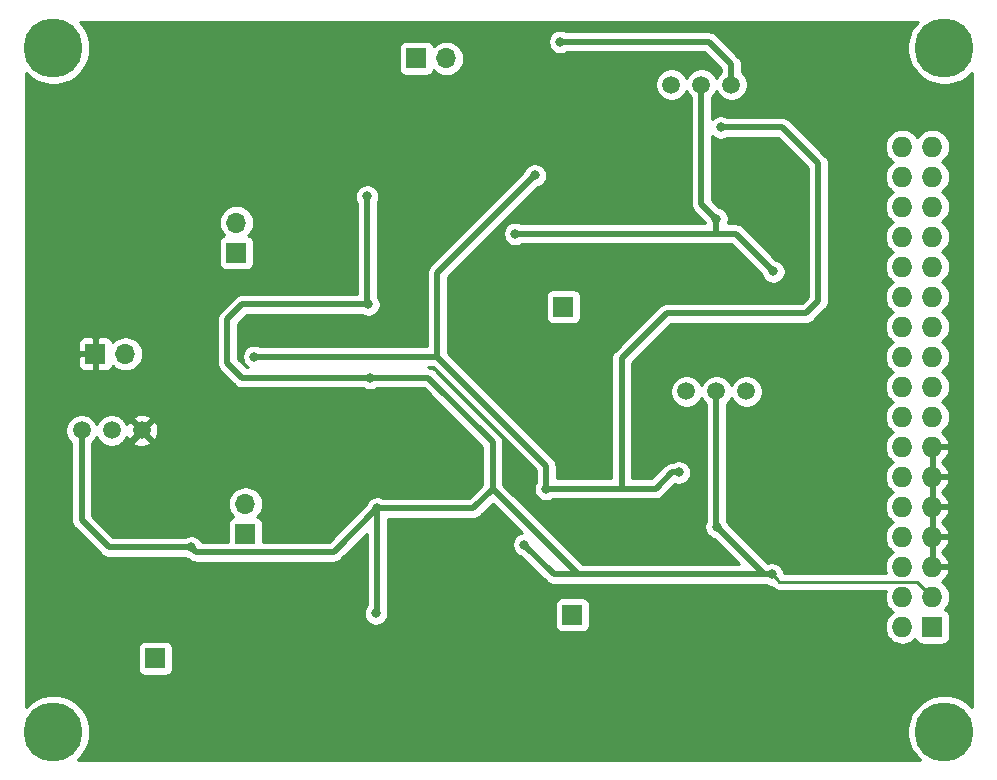
<source format=gbr>
G04 #@! TF.GenerationSoftware,KiCad,Pcbnew,5.1.4-e60b266~84~ubuntu18.04.1*
G04 #@! TF.CreationDate,2020-01-12T21:58:28+06:00*
G04 #@! TF.ProjectId,madEEGamp,6d616445-4547-4616-9d70-2e6b69636164,rev?*
G04 #@! TF.SameCoordinates,Original*
G04 #@! TF.FileFunction,Copper,L2,Bot*
G04 #@! TF.FilePolarity,Positive*
%FSLAX46Y46*%
G04 Gerber Fmt 4.6, Leading zero omitted, Abs format (unit mm)*
G04 Created by KiCad (PCBNEW 5.1.4-e60b266~84~ubuntu18.04.1) date 2020-01-12 21:58:28*
%MOMM*%
%LPD*%
G04 APERTURE LIST*
%ADD10O,1.727200X1.727200*%
%ADD11R,1.727200X1.727200*%
%ADD12C,5.000000*%
%ADD13R,1.700000X1.700000*%
%ADD14O,1.700000X1.700000*%
%ADD15C,1.500000*%
%ADD16C,0.800000*%
%ADD17C,0.504000*%
%ADD18C,0.250000*%
%ADD19C,0.254000*%
G04 APERTURE END LIST*
D10*
X89408000Y-124968000D03*
X86868000Y-104648000D03*
X86868000Y-97028000D03*
X86868000Y-94488000D03*
X86868000Y-102108000D03*
X89408000Y-119888000D03*
X86868000Y-119888000D03*
X86868000Y-91948000D03*
X86868000Y-109728000D03*
X86868000Y-117348000D03*
X89408000Y-112268000D03*
X89408000Y-102108000D03*
X89408000Y-127508000D03*
X89408000Y-91948000D03*
X89408000Y-94488000D03*
X89408000Y-109728000D03*
X86868000Y-130048000D03*
X89408000Y-99568000D03*
X89408000Y-107188000D03*
X89408000Y-104648000D03*
X89408000Y-114808000D03*
X86868000Y-107188000D03*
X86868000Y-114808000D03*
X86868000Y-122428000D03*
X86868000Y-124968000D03*
X89408000Y-130048000D03*
D11*
X89408000Y-132588000D03*
D10*
X89408000Y-122428000D03*
X89408000Y-117348000D03*
X86868000Y-132588000D03*
X86868000Y-112268000D03*
X89408000Y-97028000D03*
X86868000Y-99568000D03*
X86868000Y-127508000D03*
D12*
X14986000Y-141478000D03*
X90424000Y-141478000D03*
X90424000Y-83566000D03*
X14986000Y-83566000D03*
D13*
X18542000Y-109474000D03*
D14*
X21082000Y-109474000D03*
D13*
X58928000Y-131572000D03*
X58166000Y-105473500D03*
X45720000Y-84455000D03*
D14*
X48260000Y-84455000D03*
D13*
X23622000Y-135255000D03*
D14*
X31242000Y-122174000D03*
D13*
X31242000Y-124714000D03*
X30480000Y-100901500D03*
D14*
X30480000Y-98361500D03*
D15*
X68580000Y-112649000D03*
X71120000Y-112649000D03*
X73660000Y-112649000D03*
X67310000Y-86677500D03*
X69850000Y-86677500D03*
X72390000Y-86677500D03*
X17399000Y-115951000D03*
X19939000Y-115951000D03*
X22479000Y-115951000D03*
D16*
X67945000Y-119507000D03*
X56704500Y-120904000D03*
X32004000Y-109728000D03*
X71501000Y-90297000D03*
X55753000Y-94361000D03*
X53086000Y-135255000D03*
X46101000Y-115189000D03*
X50038000Y-103251000D03*
X64897000Y-103124000D03*
X67564000Y-94488000D03*
X67818000Y-121666000D03*
X27432000Y-129540000D03*
X34798000Y-135636000D03*
X26670000Y-125857000D03*
X41783000Y-111506000D03*
X42418000Y-122555000D03*
X42298600Y-131445000D03*
X75819000Y-128143000D03*
X41562000Y-96139000D03*
X41656000Y-105283000D03*
X75946000Y-102489000D03*
X57912000Y-83058000D03*
X71120000Y-98044000D03*
X54864000Y-125628500D03*
X54102000Y-99314000D03*
X71150955Y-124109955D03*
D17*
X32004000Y-109728000D02*
X47498000Y-109728000D01*
X56704500Y-118934500D02*
X56704500Y-120904000D01*
X47498000Y-109728000D02*
X56704500Y-118934500D01*
X47498000Y-102616000D02*
X47498000Y-109728000D01*
X55753000Y-94361000D02*
X47498000Y-102616000D01*
X63119000Y-120904000D02*
X56704500Y-120904000D01*
X65982315Y-120904000D02*
X63119000Y-120904000D01*
X67379315Y-119507000D02*
X65982315Y-120904000D01*
X67945000Y-119507000D02*
X67379315Y-119507000D01*
X76708000Y-90297000D02*
X71501000Y-90297000D01*
X63119000Y-109855000D02*
X66929000Y-106045000D01*
X66929000Y-106045000D02*
X78740000Y-106045000D01*
X63119000Y-120904000D02*
X63119000Y-109855000D01*
X79756000Y-93345000D02*
X76708000Y-90297000D01*
X78740000Y-106045000D02*
X79756000Y-105029000D01*
X79756000Y-105029000D02*
X79756000Y-93345000D01*
X27069999Y-126256999D02*
X26670000Y-125857000D01*
X38716001Y-126256999D02*
X27069999Y-126256999D01*
X42418000Y-122555000D02*
X38716001Y-126256999D01*
X26670000Y-125857000D02*
X19685000Y-125857000D01*
X17399000Y-123571000D02*
X19685000Y-125857000D01*
X17399000Y-115951000D02*
X17399000Y-123571000D01*
X42418000Y-131325600D02*
X42298600Y-131445000D01*
X42418000Y-122555000D02*
X42418000Y-131325600D01*
X71120000Y-112649000D02*
X71120000Y-124079000D01*
X50546000Y-122555000D02*
X42418000Y-122555000D01*
X52197000Y-120904000D02*
X50546000Y-122555000D01*
X41783000Y-111506000D02*
X46736000Y-111506000D01*
X52197000Y-116967000D02*
X52197000Y-120904000D01*
X46736000Y-111506000D02*
X52197000Y-116967000D01*
X41562000Y-105189000D02*
X41656000Y-105283000D01*
X41562000Y-96139000D02*
X41562000Y-105189000D01*
X75184000Y-128143000D02*
X71120000Y-124079000D01*
X75819000Y-128143000D02*
X75184000Y-128143000D01*
X59436000Y-128143000D02*
X52197000Y-120904000D01*
X75819000Y-128143000D02*
X59436000Y-128143000D01*
X57912000Y-83058000D02*
X70485000Y-83058000D01*
X72390000Y-84963000D02*
X72390000Y-86677500D01*
X70485000Y-83058000D02*
X72390000Y-84963000D01*
X41783000Y-111506000D02*
X30988000Y-111506000D01*
X30988000Y-111506000D02*
X29718000Y-110236000D01*
X29718000Y-110236000D02*
X29718000Y-106553000D01*
X30988000Y-105283000D02*
X41656000Y-105283000D01*
X29718000Y-106553000D02*
X30988000Y-105283000D01*
X69850000Y-96774000D02*
X71120000Y-98044000D01*
X69850000Y-86677500D02*
X69850000Y-96774000D01*
X57378500Y-128143000D02*
X54864000Y-125628500D01*
X59436000Y-128143000D02*
X57378500Y-128143000D01*
D18*
X76218999Y-128542999D02*
X75819000Y-128143000D01*
X76454000Y-128778000D02*
X76218999Y-128542999D01*
X89408000Y-130048000D02*
X88138000Y-128778000D01*
X88138000Y-128778000D02*
X76454000Y-128778000D01*
D17*
X72771000Y-99314000D02*
X75946000Y-102489000D01*
X71120000Y-98609685D02*
X71120000Y-99314000D01*
X71120000Y-98044000D02*
X71120000Y-98609685D01*
X54102000Y-99314000D02*
X71120000Y-99314000D01*
X71120000Y-99314000D02*
X72771000Y-99314000D01*
D19*
G36*
X87988886Y-81567554D02*
G01*
X87645799Y-82081021D01*
X87409476Y-82651554D01*
X87289000Y-83257229D01*
X87289000Y-83874771D01*
X87409476Y-84480446D01*
X87645799Y-85050979D01*
X87988886Y-85564446D01*
X88425554Y-86001114D01*
X88939021Y-86344201D01*
X89509554Y-86580524D01*
X90115229Y-86701000D01*
X90732771Y-86701000D01*
X91338446Y-86580524D01*
X91908979Y-86344201D01*
X92422446Y-86001114D01*
X92762000Y-85661560D01*
X92762001Y-139382441D01*
X92422446Y-139042886D01*
X91908979Y-138699799D01*
X91338446Y-138463476D01*
X90732771Y-138343000D01*
X90115229Y-138343000D01*
X89509554Y-138463476D01*
X88939021Y-138699799D01*
X88425554Y-139042886D01*
X87988886Y-139479554D01*
X87645799Y-139993021D01*
X87409476Y-140563554D01*
X87289000Y-141169229D01*
X87289000Y-141786771D01*
X87409476Y-142392446D01*
X87645799Y-142962979D01*
X87988886Y-143476446D01*
X88328440Y-143816000D01*
X17081560Y-143816000D01*
X17421114Y-143476446D01*
X17764201Y-142962979D01*
X18000524Y-142392446D01*
X18121000Y-141786771D01*
X18121000Y-141169229D01*
X18000524Y-140563554D01*
X17764201Y-139993021D01*
X17421114Y-139479554D01*
X16984446Y-139042886D01*
X16470979Y-138699799D01*
X15900446Y-138463476D01*
X15294771Y-138343000D01*
X14677229Y-138343000D01*
X14071554Y-138463476D01*
X13501021Y-138699799D01*
X12987554Y-139042886D01*
X12648000Y-139382440D01*
X12648000Y-134405000D01*
X22133928Y-134405000D01*
X22133928Y-136105000D01*
X22146188Y-136229482D01*
X22182498Y-136349180D01*
X22241463Y-136459494D01*
X22320815Y-136556185D01*
X22417506Y-136635537D01*
X22527820Y-136694502D01*
X22647518Y-136730812D01*
X22772000Y-136743072D01*
X24472000Y-136743072D01*
X24596482Y-136730812D01*
X24716180Y-136694502D01*
X24826494Y-136635537D01*
X24923185Y-136556185D01*
X25002537Y-136459494D01*
X25061502Y-136349180D01*
X25097812Y-136229482D01*
X25110072Y-136105000D01*
X25110072Y-134405000D01*
X25097812Y-134280518D01*
X25061502Y-134160820D01*
X25002537Y-134050506D01*
X24923185Y-133953815D01*
X24826494Y-133874463D01*
X24716180Y-133815498D01*
X24596482Y-133779188D01*
X24472000Y-133766928D01*
X22772000Y-133766928D01*
X22647518Y-133779188D01*
X22527820Y-133815498D01*
X22417506Y-133874463D01*
X22320815Y-133953815D01*
X22241463Y-134050506D01*
X22182498Y-134160820D01*
X22146188Y-134280518D01*
X22133928Y-134405000D01*
X12648000Y-134405000D01*
X12648000Y-115814589D01*
X16014000Y-115814589D01*
X16014000Y-116087411D01*
X16067225Y-116354989D01*
X16171629Y-116607043D01*
X16323201Y-116833886D01*
X16512000Y-117022685D01*
X16512001Y-123527423D01*
X16507709Y-123571000D01*
X16524835Y-123744881D01*
X16575555Y-123912082D01*
X16657919Y-124066174D01*
X16711444Y-124131394D01*
X16768763Y-124201238D01*
X16802601Y-124229008D01*
X19026989Y-126453397D01*
X19054762Y-126487238D01*
X19088600Y-126515008D01*
X19088602Y-126515010D01*
X19126004Y-126545705D01*
X19189825Y-126598081D01*
X19343918Y-126680446D01*
X19511118Y-126731165D01*
X19641433Y-126744000D01*
X19641442Y-126744000D01*
X19684999Y-126748290D01*
X19728556Y-126744000D01*
X26134539Y-126744000D01*
X26179744Y-126774205D01*
X26368102Y-126852226D01*
X26419403Y-126862430D01*
X26439761Y-126887237D01*
X26574824Y-126998080D01*
X26728917Y-127080445D01*
X26896117Y-127131164D01*
X27026432Y-127143999D01*
X27026434Y-127143999D01*
X27069998Y-127148290D01*
X27113562Y-127143999D01*
X38672434Y-127143999D01*
X38716001Y-127148290D01*
X38759568Y-127143999D01*
X38889883Y-127131164D01*
X39057083Y-127080445D01*
X39211176Y-126998080D01*
X39346239Y-126887237D01*
X39374014Y-126853393D01*
X41531000Y-124696407D01*
X41531001Y-130748888D01*
X41494663Y-130785226D01*
X41381395Y-130954744D01*
X41303374Y-131143102D01*
X41263600Y-131343061D01*
X41263600Y-131546939D01*
X41303374Y-131746898D01*
X41381395Y-131935256D01*
X41494663Y-132104774D01*
X41638826Y-132248937D01*
X41808344Y-132362205D01*
X41996702Y-132440226D01*
X42196661Y-132480000D01*
X42400539Y-132480000D01*
X42600498Y-132440226D01*
X42788856Y-132362205D01*
X42958374Y-132248937D01*
X43102537Y-132104774D01*
X43215805Y-131935256D01*
X43293826Y-131746898D01*
X43333600Y-131546939D01*
X43333600Y-131343061D01*
X43305000Y-131199278D01*
X43305000Y-130722000D01*
X57439928Y-130722000D01*
X57439928Y-132422000D01*
X57452188Y-132546482D01*
X57488498Y-132666180D01*
X57547463Y-132776494D01*
X57626815Y-132873185D01*
X57723506Y-132952537D01*
X57833820Y-133011502D01*
X57953518Y-133047812D01*
X58078000Y-133060072D01*
X59778000Y-133060072D01*
X59902482Y-133047812D01*
X60022180Y-133011502D01*
X60132494Y-132952537D01*
X60229185Y-132873185D01*
X60308537Y-132776494D01*
X60367502Y-132666180D01*
X60403812Y-132546482D01*
X60416072Y-132422000D01*
X60416072Y-130722000D01*
X60403812Y-130597518D01*
X60367502Y-130477820D01*
X60308537Y-130367506D01*
X60229185Y-130270815D01*
X60132494Y-130191463D01*
X60022180Y-130132498D01*
X59902482Y-130096188D01*
X59778000Y-130083928D01*
X58078000Y-130083928D01*
X57953518Y-130096188D01*
X57833820Y-130132498D01*
X57723506Y-130191463D01*
X57626815Y-130270815D01*
X57547463Y-130367506D01*
X57488498Y-130477820D01*
X57452188Y-130597518D01*
X57439928Y-130722000D01*
X43305000Y-130722000D01*
X43305000Y-123442000D01*
X50502433Y-123442000D01*
X50546000Y-123446291D01*
X50589567Y-123442000D01*
X50719882Y-123429165D01*
X50887082Y-123378446D01*
X51041175Y-123296081D01*
X51176238Y-123185238D01*
X51204013Y-123151394D01*
X52197000Y-122158407D01*
X54653656Y-124615063D01*
X54562102Y-124633274D01*
X54373744Y-124711295D01*
X54204226Y-124824563D01*
X54060063Y-124968726D01*
X53946795Y-125138244D01*
X53868774Y-125326602D01*
X53829000Y-125526561D01*
X53829000Y-125730439D01*
X53868774Y-125930398D01*
X53946795Y-126118756D01*
X54060063Y-126288274D01*
X54204226Y-126432437D01*
X54373744Y-126545705D01*
X54562102Y-126623726D01*
X54615425Y-126634333D01*
X56720492Y-128739400D01*
X56748262Y-128773238D01*
X56782100Y-128801008D01*
X56782102Y-128801010D01*
X56823818Y-128835245D01*
X56883325Y-128884081D01*
X57037418Y-128966446D01*
X57204618Y-129017165D01*
X57334933Y-129030000D01*
X57334935Y-129030000D01*
X57378499Y-129034291D01*
X57422063Y-129030000D01*
X59392433Y-129030000D01*
X59436000Y-129034291D01*
X59479567Y-129030000D01*
X75140433Y-129030000D01*
X75184000Y-129034291D01*
X75227567Y-129030000D01*
X75283539Y-129030000D01*
X75328744Y-129060205D01*
X75517102Y-129138226D01*
X75717061Y-129178000D01*
X75779199Y-129178000D01*
X75890196Y-129288997D01*
X75913999Y-129318001D01*
X76029724Y-129412974D01*
X76161753Y-129483546D01*
X76305014Y-129527003D01*
X76406484Y-129536997D01*
X76454000Y-129541677D01*
X76491333Y-129538000D01*
X85456674Y-129538000D01*
X85391084Y-129754223D01*
X85362149Y-130048000D01*
X85391084Y-130341777D01*
X85476775Y-130624264D01*
X85615931Y-130884606D01*
X85803203Y-131112797D01*
X86031394Y-131300069D01*
X86064940Y-131318000D01*
X86031394Y-131335931D01*
X85803203Y-131523203D01*
X85615931Y-131751394D01*
X85476775Y-132011736D01*
X85391084Y-132294223D01*
X85362149Y-132588000D01*
X85391084Y-132881777D01*
X85476775Y-133164264D01*
X85615931Y-133424606D01*
X85803203Y-133652797D01*
X86031394Y-133840069D01*
X86291736Y-133979225D01*
X86574223Y-134064916D01*
X86794381Y-134086600D01*
X86941619Y-134086600D01*
X87161777Y-134064916D01*
X87444264Y-133979225D01*
X87704606Y-133840069D01*
X87932797Y-133652797D01*
X87939414Y-133644735D01*
X87954898Y-133695780D01*
X88013863Y-133806094D01*
X88093215Y-133902785D01*
X88189906Y-133982137D01*
X88300220Y-134041102D01*
X88419918Y-134077412D01*
X88544400Y-134089672D01*
X90271600Y-134089672D01*
X90396082Y-134077412D01*
X90515780Y-134041102D01*
X90626094Y-133982137D01*
X90722785Y-133902785D01*
X90802137Y-133806094D01*
X90861102Y-133695780D01*
X90897412Y-133576082D01*
X90909672Y-133451600D01*
X90909672Y-131724400D01*
X90897412Y-131599918D01*
X90861102Y-131480220D01*
X90802137Y-131369906D01*
X90722785Y-131273215D01*
X90626094Y-131193863D01*
X90515780Y-131134898D01*
X90464735Y-131119414D01*
X90472797Y-131112797D01*
X90660069Y-130884606D01*
X90799225Y-130624264D01*
X90884916Y-130341777D01*
X90913851Y-130048000D01*
X90884916Y-129754223D01*
X90799225Y-129471736D01*
X90660069Y-129211394D01*
X90472797Y-128983203D01*
X90244606Y-128795931D01*
X90200090Y-128772137D01*
X90296488Y-128714817D01*
X90514854Y-128518293D01*
X90690684Y-128282944D01*
X90817222Y-128017814D01*
X90862958Y-127867026D01*
X90741817Y-127635000D01*
X89535000Y-127635000D01*
X89535000Y-127655000D01*
X89281000Y-127655000D01*
X89281000Y-127635000D01*
X89261000Y-127635000D01*
X89261000Y-127381000D01*
X89281000Y-127381000D01*
X89281000Y-125095000D01*
X89535000Y-125095000D01*
X89535000Y-127381000D01*
X90741817Y-127381000D01*
X90862958Y-127148974D01*
X90817222Y-126998186D01*
X90690684Y-126733056D01*
X90514854Y-126497707D01*
X90296488Y-126301183D01*
X90190230Y-126238000D01*
X90296488Y-126174817D01*
X90514854Y-125978293D01*
X90690684Y-125742944D01*
X90817222Y-125477814D01*
X90862958Y-125327026D01*
X90741817Y-125095000D01*
X89535000Y-125095000D01*
X89281000Y-125095000D01*
X89261000Y-125095000D01*
X89261000Y-124841000D01*
X89281000Y-124841000D01*
X89281000Y-122555000D01*
X89535000Y-122555000D01*
X89535000Y-124841000D01*
X90741817Y-124841000D01*
X90862958Y-124608974D01*
X90817222Y-124458186D01*
X90690684Y-124193056D01*
X90514854Y-123957707D01*
X90296488Y-123761183D01*
X90190230Y-123698000D01*
X90296488Y-123634817D01*
X90514854Y-123438293D01*
X90690684Y-123202944D01*
X90817222Y-122937814D01*
X90862958Y-122787026D01*
X90741817Y-122555000D01*
X89535000Y-122555000D01*
X89281000Y-122555000D01*
X89261000Y-122555000D01*
X89261000Y-122301000D01*
X89281000Y-122301000D01*
X89281000Y-120015000D01*
X89535000Y-120015000D01*
X89535000Y-122301000D01*
X90741817Y-122301000D01*
X90862958Y-122068974D01*
X90817222Y-121918186D01*
X90690684Y-121653056D01*
X90514854Y-121417707D01*
X90296488Y-121221183D01*
X90190230Y-121158000D01*
X90296488Y-121094817D01*
X90514854Y-120898293D01*
X90690684Y-120662944D01*
X90817222Y-120397814D01*
X90862958Y-120247026D01*
X90741817Y-120015000D01*
X89535000Y-120015000D01*
X89281000Y-120015000D01*
X89261000Y-120015000D01*
X89261000Y-119761000D01*
X89281000Y-119761000D01*
X89281000Y-117475000D01*
X89535000Y-117475000D01*
X89535000Y-119761000D01*
X90741817Y-119761000D01*
X90862958Y-119528974D01*
X90817222Y-119378186D01*
X90690684Y-119113056D01*
X90514854Y-118877707D01*
X90296488Y-118681183D01*
X90190230Y-118618000D01*
X90296488Y-118554817D01*
X90514854Y-118358293D01*
X90690684Y-118122944D01*
X90817222Y-117857814D01*
X90862958Y-117707026D01*
X90741817Y-117475000D01*
X89535000Y-117475000D01*
X89281000Y-117475000D01*
X89261000Y-117475000D01*
X89261000Y-117221000D01*
X89281000Y-117221000D01*
X89281000Y-117201000D01*
X89535000Y-117201000D01*
X89535000Y-117221000D01*
X90741817Y-117221000D01*
X90862958Y-116988974D01*
X90817222Y-116838186D01*
X90690684Y-116573056D01*
X90514854Y-116337707D01*
X90296488Y-116141183D01*
X90200090Y-116083863D01*
X90244606Y-116060069D01*
X90472797Y-115872797D01*
X90660069Y-115644606D01*
X90799225Y-115384264D01*
X90884916Y-115101777D01*
X90913851Y-114808000D01*
X90884916Y-114514223D01*
X90799225Y-114231736D01*
X90660069Y-113971394D01*
X90472797Y-113743203D01*
X90244606Y-113555931D01*
X90211060Y-113538000D01*
X90244606Y-113520069D01*
X90472797Y-113332797D01*
X90660069Y-113104606D01*
X90799225Y-112844264D01*
X90884916Y-112561777D01*
X90913851Y-112268000D01*
X90884916Y-111974223D01*
X90799225Y-111691736D01*
X90660069Y-111431394D01*
X90472797Y-111203203D01*
X90244606Y-111015931D01*
X90211060Y-110998000D01*
X90244606Y-110980069D01*
X90472797Y-110792797D01*
X90660069Y-110564606D01*
X90799225Y-110304264D01*
X90884916Y-110021777D01*
X90913851Y-109728000D01*
X90884916Y-109434223D01*
X90799225Y-109151736D01*
X90660069Y-108891394D01*
X90472797Y-108663203D01*
X90244606Y-108475931D01*
X90211060Y-108458000D01*
X90244606Y-108440069D01*
X90472797Y-108252797D01*
X90660069Y-108024606D01*
X90799225Y-107764264D01*
X90884916Y-107481777D01*
X90913851Y-107188000D01*
X90884916Y-106894223D01*
X90799225Y-106611736D01*
X90660069Y-106351394D01*
X90472797Y-106123203D01*
X90244606Y-105935931D01*
X90211060Y-105918000D01*
X90244606Y-105900069D01*
X90472797Y-105712797D01*
X90660069Y-105484606D01*
X90799225Y-105224264D01*
X90884916Y-104941777D01*
X90913851Y-104648000D01*
X90884916Y-104354223D01*
X90799225Y-104071736D01*
X90660069Y-103811394D01*
X90472797Y-103583203D01*
X90244606Y-103395931D01*
X90211060Y-103378000D01*
X90244606Y-103360069D01*
X90472797Y-103172797D01*
X90660069Y-102944606D01*
X90799225Y-102684264D01*
X90884916Y-102401777D01*
X90913851Y-102108000D01*
X90884916Y-101814223D01*
X90799225Y-101531736D01*
X90660069Y-101271394D01*
X90472797Y-101043203D01*
X90244606Y-100855931D01*
X90211060Y-100838000D01*
X90244606Y-100820069D01*
X90472797Y-100632797D01*
X90660069Y-100404606D01*
X90799225Y-100144264D01*
X90884916Y-99861777D01*
X90913851Y-99568000D01*
X90884916Y-99274223D01*
X90799225Y-98991736D01*
X90660069Y-98731394D01*
X90472797Y-98503203D01*
X90244606Y-98315931D01*
X90211060Y-98298000D01*
X90244606Y-98280069D01*
X90472797Y-98092797D01*
X90660069Y-97864606D01*
X90799225Y-97604264D01*
X90884916Y-97321777D01*
X90913851Y-97028000D01*
X90884916Y-96734223D01*
X90799225Y-96451736D01*
X90660069Y-96191394D01*
X90472797Y-95963203D01*
X90244606Y-95775931D01*
X90211060Y-95758000D01*
X90244606Y-95740069D01*
X90472797Y-95552797D01*
X90660069Y-95324606D01*
X90799225Y-95064264D01*
X90884916Y-94781777D01*
X90913851Y-94488000D01*
X90884916Y-94194223D01*
X90799225Y-93911736D01*
X90660069Y-93651394D01*
X90472797Y-93423203D01*
X90244606Y-93235931D01*
X90211060Y-93218000D01*
X90244606Y-93200069D01*
X90472797Y-93012797D01*
X90660069Y-92784606D01*
X90799225Y-92524264D01*
X90884916Y-92241777D01*
X90913851Y-91948000D01*
X90884916Y-91654223D01*
X90799225Y-91371736D01*
X90660069Y-91111394D01*
X90472797Y-90883203D01*
X90244606Y-90695931D01*
X89984264Y-90556775D01*
X89701777Y-90471084D01*
X89481619Y-90449400D01*
X89334381Y-90449400D01*
X89114223Y-90471084D01*
X88831736Y-90556775D01*
X88571394Y-90695931D01*
X88343203Y-90883203D01*
X88155931Y-91111394D01*
X88138000Y-91144940D01*
X88120069Y-91111394D01*
X87932797Y-90883203D01*
X87704606Y-90695931D01*
X87444264Y-90556775D01*
X87161777Y-90471084D01*
X86941619Y-90449400D01*
X86794381Y-90449400D01*
X86574223Y-90471084D01*
X86291736Y-90556775D01*
X86031394Y-90695931D01*
X85803203Y-90883203D01*
X85615931Y-91111394D01*
X85476775Y-91371736D01*
X85391084Y-91654223D01*
X85362149Y-91948000D01*
X85391084Y-92241777D01*
X85476775Y-92524264D01*
X85615931Y-92784606D01*
X85803203Y-93012797D01*
X86031394Y-93200069D01*
X86064940Y-93218000D01*
X86031394Y-93235931D01*
X85803203Y-93423203D01*
X85615931Y-93651394D01*
X85476775Y-93911736D01*
X85391084Y-94194223D01*
X85362149Y-94488000D01*
X85391084Y-94781777D01*
X85476775Y-95064264D01*
X85615931Y-95324606D01*
X85803203Y-95552797D01*
X86031394Y-95740069D01*
X86064940Y-95758000D01*
X86031394Y-95775931D01*
X85803203Y-95963203D01*
X85615931Y-96191394D01*
X85476775Y-96451736D01*
X85391084Y-96734223D01*
X85362149Y-97028000D01*
X85391084Y-97321777D01*
X85476775Y-97604264D01*
X85615931Y-97864606D01*
X85803203Y-98092797D01*
X86031394Y-98280069D01*
X86064940Y-98298000D01*
X86031394Y-98315931D01*
X85803203Y-98503203D01*
X85615931Y-98731394D01*
X85476775Y-98991736D01*
X85391084Y-99274223D01*
X85362149Y-99568000D01*
X85391084Y-99861777D01*
X85476775Y-100144264D01*
X85615931Y-100404606D01*
X85803203Y-100632797D01*
X86031394Y-100820069D01*
X86064940Y-100838000D01*
X86031394Y-100855931D01*
X85803203Y-101043203D01*
X85615931Y-101271394D01*
X85476775Y-101531736D01*
X85391084Y-101814223D01*
X85362149Y-102108000D01*
X85391084Y-102401777D01*
X85476775Y-102684264D01*
X85615931Y-102944606D01*
X85803203Y-103172797D01*
X86031394Y-103360069D01*
X86064940Y-103378000D01*
X86031394Y-103395931D01*
X85803203Y-103583203D01*
X85615931Y-103811394D01*
X85476775Y-104071736D01*
X85391084Y-104354223D01*
X85362149Y-104648000D01*
X85391084Y-104941777D01*
X85476775Y-105224264D01*
X85615931Y-105484606D01*
X85803203Y-105712797D01*
X86031394Y-105900069D01*
X86064940Y-105918000D01*
X86031394Y-105935931D01*
X85803203Y-106123203D01*
X85615931Y-106351394D01*
X85476775Y-106611736D01*
X85391084Y-106894223D01*
X85362149Y-107188000D01*
X85391084Y-107481777D01*
X85476775Y-107764264D01*
X85615931Y-108024606D01*
X85803203Y-108252797D01*
X86031394Y-108440069D01*
X86064940Y-108458000D01*
X86031394Y-108475931D01*
X85803203Y-108663203D01*
X85615931Y-108891394D01*
X85476775Y-109151736D01*
X85391084Y-109434223D01*
X85362149Y-109728000D01*
X85391084Y-110021777D01*
X85476775Y-110304264D01*
X85615931Y-110564606D01*
X85803203Y-110792797D01*
X86031394Y-110980069D01*
X86064940Y-110998000D01*
X86031394Y-111015931D01*
X85803203Y-111203203D01*
X85615931Y-111431394D01*
X85476775Y-111691736D01*
X85391084Y-111974223D01*
X85362149Y-112268000D01*
X85391084Y-112561777D01*
X85476775Y-112844264D01*
X85615931Y-113104606D01*
X85803203Y-113332797D01*
X86031394Y-113520069D01*
X86064940Y-113538000D01*
X86031394Y-113555931D01*
X85803203Y-113743203D01*
X85615931Y-113971394D01*
X85476775Y-114231736D01*
X85391084Y-114514223D01*
X85362149Y-114808000D01*
X85391084Y-115101777D01*
X85476775Y-115384264D01*
X85615931Y-115644606D01*
X85803203Y-115872797D01*
X86031394Y-116060069D01*
X86064940Y-116078000D01*
X86031394Y-116095931D01*
X85803203Y-116283203D01*
X85615931Y-116511394D01*
X85476775Y-116771736D01*
X85391084Y-117054223D01*
X85362149Y-117348000D01*
X85391084Y-117641777D01*
X85476775Y-117924264D01*
X85615931Y-118184606D01*
X85803203Y-118412797D01*
X86031394Y-118600069D01*
X86064940Y-118618000D01*
X86031394Y-118635931D01*
X85803203Y-118823203D01*
X85615931Y-119051394D01*
X85476775Y-119311736D01*
X85391084Y-119594223D01*
X85362149Y-119888000D01*
X85391084Y-120181777D01*
X85476775Y-120464264D01*
X85615931Y-120724606D01*
X85803203Y-120952797D01*
X86031394Y-121140069D01*
X86064940Y-121158000D01*
X86031394Y-121175931D01*
X85803203Y-121363203D01*
X85615931Y-121591394D01*
X85476775Y-121851736D01*
X85391084Y-122134223D01*
X85362149Y-122428000D01*
X85391084Y-122721777D01*
X85476775Y-123004264D01*
X85615931Y-123264606D01*
X85803203Y-123492797D01*
X86031394Y-123680069D01*
X86064940Y-123698000D01*
X86031394Y-123715931D01*
X85803203Y-123903203D01*
X85615931Y-124131394D01*
X85476775Y-124391736D01*
X85391084Y-124674223D01*
X85362149Y-124968000D01*
X85391084Y-125261777D01*
X85476775Y-125544264D01*
X85615931Y-125804606D01*
X85803203Y-126032797D01*
X86031394Y-126220069D01*
X86064940Y-126238000D01*
X86031394Y-126255931D01*
X85803203Y-126443203D01*
X85615931Y-126671394D01*
X85476775Y-126931736D01*
X85391084Y-127214223D01*
X85362149Y-127508000D01*
X85391084Y-127801777D01*
X85456674Y-128018000D01*
X76849413Y-128018000D01*
X76814226Y-127841102D01*
X76736205Y-127652744D01*
X76622937Y-127483226D01*
X76478774Y-127339063D01*
X76309256Y-127225795D01*
X76120898Y-127147774D01*
X75920939Y-127108000D01*
X75717061Y-127108000D01*
X75517102Y-127147774D01*
X75464833Y-127169425D01*
X72156788Y-123861381D01*
X72146181Y-123808057D01*
X72068160Y-123619699D01*
X72007000Y-123528166D01*
X72007000Y-113720685D01*
X72195799Y-113531886D01*
X72347371Y-113305043D01*
X72390000Y-113202127D01*
X72432629Y-113305043D01*
X72584201Y-113531886D01*
X72777114Y-113724799D01*
X73003957Y-113876371D01*
X73256011Y-113980775D01*
X73523589Y-114034000D01*
X73796411Y-114034000D01*
X74063989Y-113980775D01*
X74316043Y-113876371D01*
X74542886Y-113724799D01*
X74735799Y-113531886D01*
X74887371Y-113305043D01*
X74991775Y-113052989D01*
X75045000Y-112785411D01*
X75045000Y-112512589D01*
X74991775Y-112245011D01*
X74887371Y-111992957D01*
X74735799Y-111766114D01*
X74542886Y-111573201D01*
X74316043Y-111421629D01*
X74063989Y-111317225D01*
X73796411Y-111264000D01*
X73523589Y-111264000D01*
X73256011Y-111317225D01*
X73003957Y-111421629D01*
X72777114Y-111573201D01*
X72584201Y-111766114D01*
X72432629Y-111992957D01*
X72390000Y-112095873D01*
X72347371Y-111992957D01*
X72195799Y-111766114D01*
X72002886Y-111573201D01*
X71776043Y-111421629D01*
X71523989Y-111317225D01*
X71256411Y-111264000D01*
X70983589Y-111264000D01*
X70716011Y-111317225D01*
X70463957Y-111421629D01*
X70237114Y-111573201D01*
X70044201Y-111766114D01*
X69892629Y-111992957D01*
X69850000Y-112095873D01*
X69807371Y-111992957D01*
X69655799Y-111766114D01*
X69462886Y-111573201D01*
X69236043Y-111421629D01*
X68983989Y-111317225D01*
X68716411Y-111264000D01*
X68443589Y-111264000D01*
X68176011Y-111317225D01*
X67923957Y-111421629D01*
X67697114Y-111573201D01*
X67504201Y-111766114D01*
X67352629Y-111992957D01*
X67248225Y-112245011D01*
X67195000Y-112512589D01*
X67195000Y-112785411D01*
X67248225Y-113052989D01*
X67352629Y-113305043D01*
X67504201Y-113531886D01*
X67697114Y-113724799D01*
X67923957Y-113876371D01*
X68176011Y-113980775D01*
X68443589Y-114034000D01*
X68716411Y-114034000D01*
X68983989Y-113980775D01*
X69236043Y-113876371D01*
X69462886Y-113724799D01*
X69655799Y-113531886D01*
X69807371Y-113305043D01*
X69850000Y-113202127D01*
X69892629Y-113305043D01*
X70044201Y-113531886D01*
X70233000Y-113720685D01*
X70233001Y-123621507D01*
X70155729Y-123808057D01*
X70115955Y-124008016D01*
X70115955Y-124211894D01*
X70155729Y-124411853D01*
X70233750Y-124600211D01*
X70347018Y-124769729D01*
X70491181Y-124913892D01*
X70660699Y-125027160D01*
X70849057Y-125105181D01*
X70902381Y-125115788D01*
X73042592Y-127256000D01*
X59803408Y-127256000D01*
X53084000Y-120536593D01*
X53084000Y-117010556D01*
X53088290Y-116966999D01*
X53084000Y-116923442D01*
X53084000Y-116923433D01*
X53071165Y-116793118D01*
X53020446Y-116625918D01*
X52938081Y-116471825D01*
X52827238Y-116336762D01*
X52793401Y-116308993D01*
X47394013Y-110909606D01*
X47366238Y-110875762D01*
X47231175Y-110764919D01*
X47077082Y-110682554D01*
X46909882Y-110631835D01*
X46779567Y-110619000D01*
X46738955Y-110615000D01*
X47130593Y-110615000D01*
X55817500Y-119301908D01*
X55817501Y-120368538D01*
X55787295Y-120413744D01*
X55709274Y-120602102D01*
X55669500Y-120802061D01*
X55669500Y-121005939D01*
X55709274Y-121205898D01*
X55787295Y-121394256D01*
X55900563Y-121563774D01*
X56044726Y-121707937D01*
X56214244Y-121821205D01*
X56402602Y-121899226D01*
X56602561Y-121939000D01*
X56806439Y-121939000D01*
X57006398Y-121899226D01*
X57194756Y-121821205D01*
X57239961Y-121791000D01*
X63075433Y-121791000D01*
X63119000Y-121795291D01*
X63162567Y-121791000D01*
X65938748Y-121791000D01*
X65982315Y-121795291D01*
X66025882Y-121791000D01*
X66156197Y-121778165D01*
X66323397Y-121727446D01*
X66477490Y-121645081D01*
X66612553Y-121534238D01*
X66640328Y-121500394D01*
X67639845Y-120500877D01*
X67643102Y-120502226D01*
X67843061Y-120542000D01*
X68046939Y-120542000D01*
X68246898Y-120502226D01*
X68435256Y-120424205D01*
X68604774Y-120310937D01*
X68748937Y-120166774D01*
X68862205Y-119997256D01*
X68940226Y-119808898D01*
X68980000Y-119608939D01*
X68980000Y-119405061D01*
X68940226Y-119205102D01*
X68862205Y-119016744D01*
X68748937Y-118847226D01*
X68604774Y-118703063D01*
X68435256Y-118589795D01*
X68246898Y-118511774D01*
X68046939Y-118472000D01*
X67843061Y-118472000D01*
X67643102Y-118511774D01*
X67454744Y-118589795D01*
X67411252Y-118618856D01*
X67379314Y-118615710D01*
X67335757Y-118620000D01*
X67335748Y-118620000D01*
X67205433Y-118632835D01*
X67038233Y-118683554D01*
X66884140Y-118765919D01*
X66749077Y-118876762D01*
X66721302Y-118910606D01*
X65614908Y-120017000D01*
X64006000Y-120017000D01*
X64006000Y-110222407D01*
X67296407Y-106932000D01*
X78696433Y-106932000D01*
X78740000Y-106936291D01*
X78783567Y-106932000D01*
X78913882Y-106919165D01*
X79081082Y-106868446D01*
X79235175Y-106786081D01*
X79370238Y-106675238D01*
X79398013Y-106641394D01*
X80352401Y-105687007D01*
X80386238Y-105659238D01*
X80497081Y-105524175D01*
X80579446Y-105370082D01*
X80630165Y-105202882D01*
X80643000Y-105072567D01*
X80643000Y-105072566D01*
X80647291Y-105029000D01*
X80643000Y-104985433D01*
X80643000Y-93388567D01*
X80647291Y-93345000D01*
X80630165Y-93171118D01*
X80579446Y-93003918D01*
X80497081Y-92849825D01*
X80414010Y-92748602D01*
X80414008Y-92748600D01*
X80386238Y-92714762D01*
X80352400Y-92686992D01*
X77366013Y-89700606D01*
X77338238Y-89666762D01*
X77203175Y-89555919D01*
X77049082Y-89473554D01*
X76881882Y-89422835D01*
X76751567Y-89410000D01*
X76708000Y-89405709D01*
X76664433Y-89410000D01*
X72036461Y-89410000D01*
X71991256Y-89379795D01*
X71802898Y-89301774D01*
X71602939Y-89262000D01*
X71399061Y-89262000D01*
X71199102Y-89301774D01*
X71010744Y-89379795D01*
X70841226Y-89493063D01*
X70737000Y-89597289D01*
X70737000Y-87749185D01*
X70925799Y-87560386D01*
X71077371Y-87333543D01*
X71120000Y-87230627D01*
X71162629Y-87333543D01*
X71314201Y-87560386D01*
X71507114Y-87753299D01*
X71733957Y-87904871D01*
X71986011Y-88009275D01*
X72253589Y-88062500D01*
X72526411Y-88062500D01*
X72793989Y-88009275D01*
X73046043Y-87904871D01*
X73272886Y-87753299D01*
X73465799Y-87560386D01*
X73617371Y-87333543D01*
X73721775Y-87081489D01*
X73775000Y-86813911D01*
X73775000Y-86541089D01*
X73721775Y-86273511D01*
X73617371Y-86021457D01*
X73465799Y-85794614D01*
X73277000Y-85605815D01*
X73277000Y-85006567D01*
X73281291Y-84963000D01*
X73264165Y-84789118D01*
X73213446Y-84621919D01*
X73213446Y-84621918D01*
X73131081Y-84467825D01*
X73020238Y-84332762D01*
X72986401Y-84304993D01*
X71143013Y-82461606D01*
X71115238Y-82427762D01*
X70980175Y-82316919D01*
X70826082Y-82234554D01*
X70658882Y-82183835D01*
X70528567Y-82171000D01*
X70485000Y-82166709D01*
X70441433Y-82171000D01*
X58447461Y-82171000D01*
X58402256Y-82140795D01*
X58213898Y-82062774D01*
X58013939Y-82023000D01*
X57810061Y-82023000D01*
X57610102Y-82062774D01*
X57421744Y-82140795D01*
X57252226Y-82254063D01*
X57108063Y-82398226D01*
X56994795Y-82567744D01*
X56916774Y-82756102D01*
X56877000Y-82956061D01*
X56877000Y-83159939D01*
X56916774Y-83359898D01*
X56994795Y-83548256D01*
X57108063Y-83717774D01*
X57252226Y-83861937D01*
X57421744Y-83975205D01*
X57610102Y-84053226D01*
X57810061Y-84093000D01*
X58013939Y-84093000D01*
X58213898Y-84053226D01*
X58402256Y-83975205D01*
X58447461Y-83945000D01*
X70117593Y-83945000D01*
X71503000Y-85330408D01*
X71503000Y-85605815D01*
X71314201Y-85794614D01*
X71162629Y-86021457D01*
X71120000Y-86124373D01*
X71077371Y-86021457D01*
X70925799Y-85794614D01*
X70732886Y-85601701D01*
X70506043Y-85450129D01*
X70253989Y-85345725D01*
X69986411Y-85292500D01*
X69713589Y-85292500D01*
X69446011Y-85345725D01*
X69193957Y-85450129D01*
X68967114Y-85601701D01*
X68774201Y-85794614D01*
X68622629Y-86021457D01*
X68580000Y-86124373D01*
X68537371Y-86021457D01*
X68385799Y-85794614D01*
X68192886Y-85601701D01*
X67966043Y-85450129D01*
X67713989Y-85345725D01*
X67446411Y-85292500D01*
X67173589Y-85292500D01*
X66906011Y-85345725D01*
X66653957Y-85450129D01*
X66427114Y-85601701D01*
X66234201Y-85794614D01*
X66082629Y-86021457D01*
X65978225Y-86273511D01*
X65925000Y-86541089D01*
X65925000Y-86813911D01*
X65978225Y-87081489D01*
X66082629Y-87333543D01*
X66234201Y-87560386D01*
X66427114Y-87753299D01*
X66653957Y-87904871D01*
X66906011Y-88009275D01*
X67173589Y-88062500D01*
X67446411Y-88062500D01*
X67713989Y-88009275D01*
X67966043Y-87904871D01*
X68192886Y-87753299D01*
X68385799Y-87560386D01*
X68537371Y-87333543D01*
X68580000Y-87230627D01*
X68622629Y-87333543D01*
X68774201Y-87560386D01*
X68963000Y-87749185D01*
X68963001Y-96730423D01*
X68958709Y-96774000D01*
X68975835Y-96947881D01*
X69026555Y-97115082D01*
X69108919Y-97269174D01*
X69139442Y-97306366D01*
X69219763Y-97404238D01*
X69253601Y-97432008D01*
X70114168Y-98292575D01*
X70124774Y-98345898D01*
X70158368Y-98427000D01*
X54637461Y-98427000D01*
X54592256Y-98396795D01*
X54403898Y-98318774D01*
X54203939Y-98279000D01*
X54000061Y-98279000D01*
X53800102Y-98318774D01*
X53611744Y-98396795D01*
X53442226Y-98510063D01*
X53298063Y-98654226D01*
X53184795Y-98823744D01*
X53106774Y-99012102D01*
X53067000Y-99212061D01*
X53067000Y-99415939D01*
X53106774Y-99615898D01*
X53184795Y-99804256D01*
X53298063Y-99973774D01*
X53442226Y-100117937D01*
X53611744Y-100231205D01*
X53800102Y-100309226D01*
X54000061Y-100349000D01*
X54203939Y-100349000D01*
X54403898Y-100309226D01*
X54592256Y-100231205D01*
X54637461Y-100201000D01*
X71076433Y-100201000D01*
X71120000Y-100205291D01*
X71163567Y-100201000D01*
X72403593Y-100201000D01*
X74940168Y-102737575D01*
X74950774Y-102790898D01*
X75028795Y-102979256D01*
X75142063Y-103148774D01*
X75286226Y-103292937D01*
X75455744Y-103406205D01*
X75644102Y-103484226D01*
X75844061Y-103524000D01*
X76047939Y-103524000D01*
X76247898Y-103484226D01*
X76436256Y-103406205D01*
X76605774Y-103292937D01*
X76749937Y-103148774D01*
X76863205Y-102979256D01*
X76941226Y-102790898D01*
X76981000Y-102590939D01*
X76981000Y-102387061D01*
X76941226Y-102187102D01*
X76863205Y-101998744D01*
X76749937Y-101829226D01*
X76605774Y-101685063D01*
X76436256Y-101571795D01*
X76247898Y-101493774D01*
X76194575Y-101483168D01*
X73429013Y-98717606D01*
X73401238Y-98683762D01*
X73266175Y-98572919D01*
X73112082Y-98490554D01*
X72944882Y-98439835D01*
X72814567Y-98427000D01*
X72771000Y-98422709D01*
X72727433Y-98427000D01*
X72081632Y-98427000D01*
X72115226Y-98345898D01*
X72155000Y-98145939D01*
X72155000Y-97942061D01*
X72115226Y-97742102D01*
X72037205Y-97553744D01*
X71923937Y-97384226D01*
X71779774Y-97240063D01*
X71610256Y-97126795D01*
X71421898Y-97048774D01*
X71368575Y-97038168D01*
X70737000Y-96406593D01*
X70737000Y-90996711D01*
X70841226Y-91100937D01*
X71010744Y-91214205D01*
X71199102Y-91292226D01*
X71399061Y-91332000D01*
X71602939Y-91332000D01*
X71802898Y-91292226D01*
X71991256Y-91214205D01*
X72036461Y-91184000D01*
X76340593Y-91184000D01*
X78869001Y-93712409D01*
X78869000Y-104661592D01*
X78372593Y-105158000D01*
X66972567Y-105158000D01*
X66929000Y-105153709D01*
X66885433Y-105158000D01*
X66755118Y-105170835D01*
X66587918Y-105221554D01*
X66433825Y-105303919D01*
X66298762Y-105414762D01*
X66270987Y-105448606D01*
X62522601Y-109196992D01*
X62488763Y-109224762D01*
X62460993Y-109258600D01*
X62460990Y-109258603D01*
X62377919Y-109359826D01*
X62295555Y-109513918D01*
X62244835Y-109681119D01*
X62227709Y-109855000D01*
X62232001Y-109898577D01*
X62232000Y-120017000D01*
X57591500Y-120017000D01*
X57591500Y-118978063D01*
X57595791Y-118934499D01*
X57587195Y-118847226D01*
X57578665Y-118760618D01*
X57527946Y-118593418D01*
X57445581Y-118439325D01*
X57334738Y-118304262D01*
X57300901Y-118276493D01*
X48385000Y-109360593D01*
X48385000Y-104623500D01*
X56677928Y-104623500D01*
X56677928Y-106323500D01*
X56690188Y-106447982D01*
X56726498Y-106567680D01*
X56785463Y-106677994D01*
X56864815Y-106774685D01*
X56961506Y-106854037D01*
X57071820Y-106913002D01*
X57191518Y-106949312D01*
X57316000Y-106961572D01*
X59016000Y-106961572D01*
X59140482Y-106949312D01*
X59260180Y-106913002D01*
X59370494Y-106854037D01*
X59467185Y-106774685D01*
X59546537Y-106677994D01*
X59605502Y-106567680D01*
X59641812Y-106447982D01*
X59654072Y-106323500D01*
X59654072Y-104623500D01*
X59641812Y-104499018D01*
X59605502Y-104379320D01*
X59546537Y-104269006D01*
X59467185Y-104172315D01*
X59370494Y-104092963D01*
X59260180Y-104033998D01*
X59140482Y-103997688D01*
X59016000Y-103985428D01*
X57316000Y-103985428D01*
X57191518Y-103997688D01*
X57071820Y-104033998D01*
X56961506Y-104092963D01*
X56864815Y-104172315D01*
X56785463Y-104269006D01*
X56726498Y-104379320D01*
X56690188Y-104499018D01*
X56677928Y-104623500D01*
X48385000Y-104623500D01*
X48385000Y-102983407D01*
X56001576Y-95366832D01*
X56054898Y-95356226D01*
X56243256Y-95278205D01*
X56412774Y-95164937D01*
X56556937Y-95020774D01*
X56670205Y-94851256D01*
X56748226Y-94662898D01*
X56788000Y-94462939D01*
X56788000Y-94259061D01*
X56748226Y-94059102D01*
X56670205Y-93870744D01*
X56556937Y-93701226D01*
X56412774Y-93557063D01*
X56243256Y-93443795D01*
X56054898Y-93365774D01*
X55854939Y-93326000D01*
X55651061Y-93326000D01*
X55451102Y-93365774D01*
X55262744Y-93443795D01*
X55093226Y-93557063D01*
X54949063Y-93701226D01*
X54835795Y-93870744D01*
X54757774Y-94059102D01*
X54747168Y-94112424D01*
X46901606Y-101957987D01*
X46867762Y-101985762D01*
X46756919Y-102120826D01*
X46674554Y-102274919D01*
X46623835Y-102442118D01*
X46623835Y-102442119D01*
X46606709Y-102616000D01*
X46611000Y-102659567D01*
X46611001Y-108841000D01*
X32539461Y-108841000D01*
X32494256Y-108810795D01*
X32305898Y-108732774D01*
X32105939Y-108693000D01*
X31902061Y-108693000D01*
X31702102Y-108732774D01*
X31513744Y-108810795D01*
X31344226Y-108924063D01*
X31200063Y-109068226D01*
X31086795Y-109237744D01*
X31008774Y-109426102D01*
X30969000Y-109626061D01*
X30969000Y-109829939D01*
X31008774Y-110029898D01*
X31086795Y-110218256D01*
X31200063Y-110387774D01*
X31344226Y-110531937D01*
X31474525Y-110619000D01*
X31355408Y-110619000D01*
X30605000Y-109868593D01*
X30605000Y-106920407D01*
X31355408Y-106170000D01*
X41120539Y-106170000D01*
X41165744Y-106200205D01*
X41354102Y-106278226D01*
X41554061Y-106318000D01*
X41757939Y-106318000D01*
X41957898Y-106278226D01*
X42146256Y-106200205D01*
X42315774Y-106086937D01*
X42459937Y-105942774D01*
X42573205Y-105773256D01*
X42651226Y-105584898D01*
X42691000Y-105384939D01*
X42691000Y-105181061D01*
X42651226Y-104981102D01*
X42573205Y-104792744D01*
X42459937Y-104623226D01*
X42449000Y-104612289D01*
X42449000Y-96674461D01*
X42479205Y-96629256D01*
X42557226Y-96440898D01*
X42597000Y-96240939D01*
X42597000Y-96037061D01*
X42557226Y-95837102D01*
X42479205Y-95648744D01*
X42365937Y-95479226D01*
X42221774Y-95335063D01*
X42052256Y-95221795D01*
X41863898Y-95143774D01*
X41663939Y-95104000D01*
X41460061Y-95104000D01*
X41260102Y-95143774D01*
X41071744Y-95221795D01*
X40902226Y-95335063D01*
X40758063Y-95479226D01*
X40644795Y-95648744D01*
X40566774Y-95837102D01*
X40527000Y-96037061D01*
X40527000Y-96240939D01*
X40566774Y-96440898D01*
X40644795Y-96629256D01*
X40675000Y-96674461D01*
X40675001Y-104396000D01*
X31031556Y-104396000D01*
X30987999Y-104391710D01*
X30944442Y-104396000D01*
X30944433Y-104396000D01*
X30814118Y-104408835D01*
X30646918Y-104459554D01*
X30492825Y-104541919D01*
X30456088Y-104572068D01*
X30393752Y-104623226D01*
X30357762Y-104652762D01*
X30329992Y-104686601D01*
X29121601Y-105894992D01*
X29087763Y-105922762D01*
X29059993Y-105956600D01*
X29059990Y-105956603D01*
X28976919Y-106057826D01*
X28894555Y-106211918D01*
X28843835Y-106379119D01*
X28826709Y-106553000D01*
X28831001Y-106596577D01*
X28831000Y-110192433D01*
X28826709Y-110236000D01*
X28837954Y-110350174D01*
X28843835Y-110409881D01*
X28894554Y-110577081D01*
X28976919Y-110731174D01*
X29087762Y-110866238D01*
X29121606Y-110894013D01*
X30329989Y-112102397D01*
X30357762Y-112136238D01*
X30391600Y-112164008D01*
X30391602Y-112164010D01*
X30456088Y-112216932D01*
X30492825Y-112247081D01*
X30646918Y-112329446D01*
X30814118Y-112380165D01*
X30944433Y-112393000D01*
X30944442Y-112393000D01*
X30987999Y-112397290D01*
X31031556Y-112393000D01*
X41247539Y-112393000D01*
X41292744Y-112423205D01*
X41481102Y-112501226D01*
X41681061Y-112541000D01*
X41884939Y-112541000D01*
X42084898Y-112501226D01*
X42273256Y-112423205D01*
X42318461Y-112393000D01*
X46368593Y-112393000D01*
X51310000Y-117334408D01*
X51310001Y-120536592D01*
X50178593Y-121668000D01*
X42953461Y-121668000D01*
X42908256Y-121637795D01*
X42719898Y-121559774D01*
X42519939Y-121520000D01*
X42316061Y-121520000D01*
X42116102Y-121559774D01*
X41927744Y-121637795D01*
X41758226Y-121751063D01*
X41614063Y-121895226D01*
X41500795Y-122064744D01*
X41422774Y-122253102D01*
X41412168Y-122306425D01*
X38348594Y-125369999D01*
X32730072Y-125369999D01*
X32730072Y-123864000D01*
X32717812Y-123739518D01*
X32681502Y-123619820D01*
X32622537Y-123509506D01*
X32543185Y-123412815D01*
X32446494Y-123333463D01*
X32336180Y-123274498D01*
X32267313Y-123253607D01*
X32297134Y-123229134D01*
X32482706Y-123003014D01*
X32620599Y-122745034D01*
X32705513Y-122465111D01*
X32734185Y-122174000D01*
X32705513Y-121882889D01*
X32620599Y-121602966D01*
X32482706Y-121344986D01*
X32297134Y-121118866D01*
X32071014Y-120933294D01*
X31813034Y-120795401D01*
X31533111Y-120710487D01*
X31314950Y-120689000D01*
X31169050Y-120689000D01*
X30950889Y-120710487D01*
X30670966Y-120795401D01*
X30412986Y-120933294D01*
X30186866Y-121118866D01*
X30001294Y-121344986D01*
X29863401Y-121602966D01*
X29778487Y-121882889D01*
X29749815Y-122174000D01*
X29778487Y-122465111D01*
X29863401Y-122745034D01*
X30001294Y-123003014D01*
X30186866Y-123229134D01*
X30216687Y-123253607D01*
X30147820Y-123274498D01*
X30037506Y-123333463D01*
X29940815Y-123412815D01*
X29861463Y-123509506D01*
X29802498Y-123619820D01*
X29766188Y-123739518D01*
X29753928Y-123864000D01*
X29753928Y-125369999D01*
X27588553Y-125369999D01*
X27587205Y-125366744D01*
X27473937Y-125197226D01*
X27329774Y-125053063D01*
X27160256Y-124939795D01*
X26971898Y-124861774D01*
X26771939Y-124822000D01*
X26568061Y-124822000D01*
X26368102Y-124861774D01*
X26179744Y-124939795D01*
X26134539Y-124970000D01*
X20052408Y-124970000D01*
X18286000Y-123203593D01*
X18286000Y-117022685D01*
X18474799Y-116833886D01*
X18626371Y-116607043D01*
X18669000Y-116504127D01*
X18711629Y-116607043D01*
X18863201Y-116833886D01*
X19056114Y-117026799D01*
X19282957Y-117178371D01*
X19535011Y-117282775D01*
X19802589Y-117336000D01*
X20075411Y-117336000D01*
X20342989Y-117282775D01*
X20595043Y-117178371D01*
X20821886Y-117026799D01*
X20940692Y-116907993D01*
X21701612Y-116907993D01*
X21767137Y-117146860D01*
X22014116Y-117262760D01*
X22278960Y-117328250D01*
X22551492Y-117340812D01*
X22821238Y-117299965D01*
X23077832Y-117207277D01*
X23190863Y-117146860D01*
X23256388Y-116907993D01*
X22479000Y-116130605D01*
X21701612Y-116907993D01*
X20940692Y-116907993D01*
X21014799Y-116833886D01*
X21166371Y-116607043D01*
X21207511Y-116507721D01*
X21222723Y-116549832D01*
X21283140Y-116662863D01*
X21522007Y-116728388D01*
X22299395Y-115951000D01*
X22658605Y-115951000D01*
X23435993Y-116728388D01*
X23674860Y-116662863D01*
X23790760Y-116415884D01*
X23856250Y-116151040D01*
X23868812Y-115878508D01*
X23827965Y-115608762D01*
X23735277Y-115352168D01*
X23674860Y-115239137D01*
X23435993Y-115173612D01*
X22658605Y-115951000D01*
X22299395Y-115951000D01*
X21522007Y-115173612D01*
X21283140Y-115239137D01*
X21208836Y-115397477D01*
X21166371Y-115294957D01*
X21014799Y-115068114D01*
X20940692Y-114994007D01*
X21701612Y-114994007D01*
X22479000Y-115771395D01*
X23256388Y-114994007D01*
X23190863Y-114755140D01*
X22943884Y-114639240D01*
X22679040Y-114573750D01*
X22406508Y-114561188D01*
X22136762Y-114602035D01*
X21880168Y-114694723D01*
X21767137Y-114755140D01*
X21701612Y-114994007D01*
X20940692Y-114994007D01*
X20821886Y-114875201D01*
X20595043Y-114723629D01*
X20342989Y-114619225D01*
X20075411Y-114566000D01*
X19802589Y-114566000D01*
X19535011Y-114619225D01*
X19282957Y-114723629D01*
X19056114Y-114875201D01*
X18863201Y-115068114D01*
X18711629Y-115294957D01*
X18669000Y-115397873D01*
X18626371Y-115294957D01*
X18474799Y-115068114D01*
X18281886Y-114875201D01*
X18055043Y-114723629D01*
X17802989Y-114619225D01*
X17535411Y-114566000D01*
X17262589Y-114566000D01*
X16995011Y-114619225D01*
X16742957Y-114723629D01*
X16516114Y-114875201D01*
X16323201Y-115068114D01*
X16171629Y-115294957D01*
X16067225Y-115547011D01*
X16014000Y-115814589D01*
X12648000Y-115814589D01*
X12648000Y-110324000D01*
X17053928Y-110324000D01*
X17066188Y-110448482D01*
X17102498Y-110568180D01*
X17161463Y-110678494D01*
X17240815Y-110775185D01*
X17337506Y-110854537D01*
X17447820Y-110913502D01*
X17567518Y-110949812D01*
X17692000Y-110962072D01*
X18256250Y-110959000D01*
X18415000Y-110800250D01*
X18415000Y-109601000D01*
X17215750Y-109601000D01*
X17057000Y-109759750D01*
X17053928Y-110324000D01*
X12648000Y-110324000D01*
X12648000Y-108624000D01*
X17053928Y-108624000D01*
X17057000Y-109188250D01*
X17215750Y-109347000D01*
X18415000Y-109347000D01*
X18415000Y-108147750D01*
X18669000Y-108147750D01*
X18669000Y-109347000D01*
X18689000Y-109347000D01*
X18689000Y-109601000D01*
X18669000Y-109601000D01*
X18669000Y-110800250D01*
X18827750Y-110959000D01*
X19392000Y-110962072D01*
X19516482Y-110949812D01*
X19636180Y-110913502D01*
X19746494Y-110854537D01*
X19843185Y-110775185D01*
X19922537Y-110678494D01*
X19981502Y-110568180D01*
X20002393Y-110499313D01*
X20026866Y-110529134D01*
X20252986Y-110714706D01*
X20510966Y-110852599D01*
X20790889Y-110937513D01*
X21009050Y-110959000D01*
X21154950Y-110959000D01*
X21373111Y-110937513D01*
X21653034Y-110852599D01*
X21911014Y-110714706D01*
X22137134Y-110529134D01*
X22322706Y-110303014D01*
X22460599Y-110045034D01*
X22545513Y-109765111D01*
X22574185Y-109474000D01*
X22545513Y-109182889D01*
X22460599Y-108902966D01*
X22322706Y-108644986D01*
X22137134Y-108418866D01*
X21911014Y-108233294D01*
X21653034Y-108095401D01*
X21373111Y-108010487D01*
X21154950Y-107989000D01*
X21009050Y-107989000D01*
X20790889Y-108010487D01*
X20510966Y-108095401D01*
X20252986Y-108233294D01*
X20026866Y-108418866D01*
X20002393Y-108448687D01*
X19981502Y-108379820D01*
X19922537Y-108269506D01*
X19843185Y-108172815D01*
X19746494Y-108093463D01*
X19636180Y-108034498D01*
X19516482Y-107998188D01*
X19392000Y-107985928D01*
X18827750Y-107989000D01*
X18669000Y-108147750D01*
X18415000Y-108147750D01*
X18256250Y-107989000D01*
X17692000Y-107985928D01*
X17567518Y-107998188D01*
X17447820Y-108034498D01*
X17337506Y-108093463D01*
X17240815Y-108172815D01*
X17161463Y-108269506D01*
X17102498Y-108379820D01*
X17066188Y-108499518D01*
X17053928Y-108624000D01*
X12648000Y-108624000D01*
X12648000Y-98361500D01*
X28987815Y-98361500D01*
X29016487Y-98652611D01*
X29101401Y-98932534D01*
X29239294Y-99190514D01*
X29424866Y-99416634D01*
X29454687Y-99441107D01*
X29385820Y-99461998D01*
X29275506Y-99520963D01*
X29178815Y-99600315D01*
X29099463Y-99697006D01*
X29040498Y-99807320D01*
X29004188Y-99927018D01*
X28991928Y-100051500D01*
X28991928Y-101751500D01*
X29004188Y-101875982D01*
X29040498Y-101995680D01*
X29099463Y-102105994D01*
X29178815Y-102202685D01*
X29275506Y-102282037D01*
X29385820Y-102341002D01*
X29505518Y-102377312D01*
X29630000Y-102389572D01*
X31330000Y-102389572D01*
X31454482Y-102377312D01*
X31574180Y-102341002D01*
X31684494Y-102282037D01*
X31781185Y-102202685D01*
X31860537Y-102105994D01*
X31919502Y-101995680D01*
X31955812Y-101875982D01*
X31968072Y-101751500D01*
X31968072Y-100051500D01*
X31955812Y-99927018D01*
X31919502Y-99807320D01*
X31860537Y-99697006D01*
X31781185Y-99600315D01*
X31684494Y-99520963D01*
X31574180Y-99461998D01*
X31505313Y-99441107D01*
X31535134Y-99416634D01*
X31720706Y-99190514D01*
X31858599Y-98932534D01*
X31943513Y-98652611D01*
X31972185Y-98361500D01*
X31943513Y-98070389D01*
X31858599Y-97790466D01*
X31720706Y-97532486D01*
X31535134Y-97306366D01*
X31309014Y-97120794D01*
X31051034Y-96982901D01*
X30771111Y-96897987D01*
X30552950Y-96876500D01*
X30407050Y-96876500D01*
X30188889Y-96897987D01*
X29908966Y-96982901D01*
X29650986Y-97120794D01*
X29424866Y-97306366D01*
X29239294Y-97532486D01*
X29101401Y-97790466D01*
X29016487Y-98070389D01*
X28987815Y-98361500D01*
X12648000Y-98361500D01*
X12648000Y-85661560D01*
X12987554Y-86001114D01*
X13501021Y-86344201D01*
X14071554Y-86580524D01*
X14677229Y-86701000D01*
X15294771Y-86701000D01*
X15900446Y-86580524D01*
X16470979Y-86344201D01*
X16984446Y-86001114D01*
X17421114Y-85564446D01*
X17764201Y-85050979D01*
X18000524Y-84480446D01*
X18121000Y-83874771D01*
X18121000Y-83605000D01*
X44231928Y-83605000D01*
X44231928Y-85305000D01*
X44244188Y-85429482D01*
X44280498Y-85549180D01*
X44339463Y-85659494D01*
X44418815Y-85756185D01*
X44515506Y-85835537D01*
X44625820Y-85894502D01*
X44745518Y-85930812D01*
X44870000Y-85943072D01*
X46570000Y-85943072D01*
X46694482Y-85930812D01*
X46814180Y-85894502D01*
X46924494Y-85835537D01*
X47021185Y-85756185D01*
X47100537Y-85659494D01*
X47159502Y-85549180D01*
X47180393Y-85480313D01*
X47204866Y-85510134D01*
X47430986Y-85695706D01*
X47688966Y-85833599D01*
X47968889Y-85918513D01*
X48187050Y-85940000D01*
X48332950Y-85940000D01*
X48551111Y-85918513D01*
X48831034Y-85833599D01*
X49089014Y-85695706D01*
X49315134Y-85510134D01*
X49500706Y-85284014D01*
X49638599Y-85026034D01*
X49723513Y-84746111D01*
X49752185Y-84455000D01*
X49723513Y-84163889D01*
X49638599Y-83883966D01*
X49500706Y-83625986D01*
X49315134Y-83399866D01*
X49089014Y-83214294D01*
X48831034Y-83076401D01*
X48551111Y-82991487D01*
X48332950Y-82970000D01*
X48187050Y-82970000D01*
X47968889Y-82991487D01*
X47688966Y-83076401D01*
X47430986Y-83214294D01*
X47204866Y-83399866D01*
X47180393Y-83429687D01*
X47159502Y-83360820D01*
X47100537Y-83250506D01*
X47021185Y-83153815D01*
X46924494Y-83074463D01*
X46814180Y-83015498D01*
X46694482Y-82979188D01*
X46570000Y-82966928D01*
X44870000Y-82966928D01*
X44745518Y-82979188D01*
X44625820Y-83015498D01*
X44515506Y-83074463D01*
X44418815Y-83153815D01*
X44339463Y-83250506D01*
X44280498Y-83360820D01*
X44244188Y-83480518D01*
X44231928Y-83605000D01*
X18121000Y-83605000D01*
X18121000Y-83257229D01*
X18000524Y-82651554D01*
X17764201Y-82081021D01*
X17421114Y-81567554D01*
X17208560Y-81355000D01*
X88201440Y-81355000D01*
X87988886Y-81567554D01*
X87988886Y-81567554D01*
G37*
X87988886Y-81567554D02*
X87645799Y-82081021D01*
X87409476Y-82651554D01*
X87289000Y-83257229D01*
X87289000Y-83874771D01*
X87409476Y-84480446D01*
X87645799Y-85050979D01*
X87988886Y-85564446D01*
X88425554Y-86001114D01*
X88939021Y-86344201D01*
X89509554Y-86580524D01*
X90115229Y-86701000D01*
X90732771Y-86701000D01*
X91338446Y-86580524D01*
X91908979Y-86344201D01*
X92422446Y-86001114D01*
X92762000Y-85661560D01*
X92762001Y-139382441D01*
X92422446Y-139042886D01*
X91908979Y-138699799D01*
X91338446Y-138463476D01*
X90732771Y-138343000D01*
X90115229Y-138343000D01*
X89509554Y-138463476D01*
X88939021Y-138699799D01*
X88425554Y-139042886D01*
X87988886Y-139479554D01*
X87645799Y-139993021D01*
X87409476Y-140563554D01*
X87289000Y-141169229D01*
X87289000Y-141786771D01*
X87409476Y-142392446D01*
X87645799Y-142962979D01*
X87988886Y-143476446D01*
X88328440Y-143816000D01*
X17081560Y-143816000D01*
X17421114Y-143476446D01*
X17764201Y-142962979D01*
X18000524Y-142392446D01*
X18121000Y-141786771D01*
X18121000Y-141169229D01*
X18000524Y-140563554D01*
X17764201Y-139993021D01*
X17421114Y-139479554D01*
X16984446Y-139042886D01*
X16470979Y-138699799D01*
X15900446Y-138463476D01*
X15294771Y-138343000D01*
X14677229Y-138343000D01*
X14071554Y-138463476D01*
X13501021Y-138699799D01*
X12987554Y-139042886D01*
X12648000Y-139382440D01*
X12648000Y-134405000D01*
X22133928Y-134405000D01*
X22133928Y-136105000D01*
X22146188Y-136229482D01*
X22182498Y-136349180D01*
X22241463Y-136459494D01*
X22320815Y-136556185D01*
X22417506Y-136635537D01*
X22527820Y-136694502D01*
X22647518Y-136730812D01*
X22772000Y-136743072D01*
X24472000Y-136743072D01*
X24596482Y-136730812D01*
X24716180Y-136694502D01*
X24826494Y-136635537D01*
X24923185Y-136556185D01*
X25002537Y-136459494D01*
X25061502Y-136349180D01*
X25097812Y-136229482D01*
X25110072Y-136105000D01*
X25110072Y-134405000D01*
X25097812Y-134280518D01*
X25061502Y-134160820D01*
X25002537Y-134050506D01*
X24923185Y-133953815D01*
X24826494Y-133874463D01*
X24716180Y-133815498D01*
X24596482Y-133779188D01*
X24472000Y-133766928D01*
X22772000Y-133766928D01*
X22647518Y-133779188D01*
X22527820Y-133815498D01*
X22417506Y-133874463D01*
X22320815Y-133953815D01*
X22241463Y-134050506D01*
X22182498Y-134160820D01*
X22146188Y-134280518D01*
X22133928Y-134405000D01*
X12648000Y-134405000D01*
X12648000Y-115814589D01*
X16014000Y-115814589D01*
X16014000Y-116087411D01*
X16067225Y-116354989D01*
X16171629Y-116607043D01*
X16323201Y-116833886D01*
X16512000Y-117022685D01*
X16512001Y-123527423D01*
X16507709Y-123571000D01*
X16524835Y-123744881D01*
X16575555Y-123912082D01*
X16657919Y-124066174D01*
X16711444Y-124131394D01*
X16768763Y-124201238D01*
X16802601Y-124229008D01*
X19026989Y-126453397D01*
X19054762Y-126487238D01*
X19088600Y-126515008D01*
X19088602Y-126515010D01*
X19126004Y-126545705D01*
X19189825Y-126598081D01*
X19343918Y-126680446D01*
X19511118Y-126731165D01*
X19641433Y-126744000D01*
X19641442Y-126744000D01*
X19684999Y-126748290D01*
X19728556Y-126744000D01*
X26134539Y-126744000D01*
X26179744Y-126774205D01*
X26368102Y-126852226D01*
X26419403Y-126862430D01*
X26439761Y-126887237D01*
X26574824Y-126998080D01*
X26728917Y-127080445D01*
X26896117Y-127131164D01*
X27026432Y-127143999D01*
X27026434Y-127143999D01*
X27069998Y-127148290D01*
X27113562Y-127143999D01*
X38672434Y-127143999D01*
X38716001Y-127148290D01*
X38759568Y-127143999D01*
X38889883Y-127131164D01*
X39057083Y-127080445D01*
X39211176Y-126998080D01*
X39346239Y-126887237D01*
X39374014Y-126853393D01*
X41531000Y-124696407D01*
X41531001Y-130748888D01*
X41494663Y-130785226D01*
X41381395Y-130954744D01*
X41303374Y-131143102D01*
X41263600Y-131343061D01*
X41263600Y-131546939D01*
X41303374Y-131746898D01*
X41381395Y-131935256D01*
X41494663Y-132104774D01*
X41638826Y-132248937D01*
X41808344Y-132362205D01*
X41996702Y-132440226D01*
X42196661Y-132480000D01*
X42400539Y-132480000D01*
X42600498Y-132440226D01*
X42788856Y-132362205D01*
X42958374Y-132248937D01*
X43102537Y-132104774D01*
X43215805Y-131935256D01*
X43293826Y-131746898D01*
X43333600Y-131546939D01*
X43333600Y-131343061D01*
X43305000Y-131199278D01*
X43305000Y-130722000D01*
X57439928Y-130722000D01*
X57439928Y-132422000D01*
X57452188Y-132546482D01*
X57488498Y-132666180D01*
X57547463Y-132776494D01*
X57626815Y-132873185D01*
X57723506Y-132952537D01*
X57833820Y-133011502D01*
X57953518Y-133047812D01*
X58078000Y-133060072D01*
X59778000Y-133060072D01*
X59902482Y-133047812D01*
X60022180Y-133011502D01*
X60132494Y-132952537D01*
X60229185Y-132873185D01*
X60308537Y-132776494D01*
X60367502Y-132666180D01*
X60403812Y-132546482D01*
X60416072Y-132422000D01*
X60416072Y-130722000D01*
X60403812Y-130597518D01*
X60367502Y-130477820D01*
X60308537Y-130367506D01*
X60229185Y-130270815D01*
X60132494Y-130191463D01*
X60022180Y-130132498D01*
X59902482Y-130096188D01*
X59778000Y-130083928D01*
X58078000Y-130083928D01*
X57953518Y-130096188D01*
X57833820Y-130132498D01*
X57723506Y-130191463D01*
X57626815Y-130270815D01*
X57547463Y-130367506D01*
X57488498Y-130477820D01*
X57452188Y-130597518D01*
X57439928Y-130722000D01*
X43305000Y-130722000D01*
X43305000Y-123442000D01*
X50502433Y-123442000D01*
X50546000Y-123446291D01*
X50589567Y-123442000D01*
X50719882Y-123429165D01*
X50887082Y-123378446D01*
X51041175Y-123296081D01*
X51176238Y-123185238D01*
X51204013Y-123151394D01*
X52197000Y-122158407D01*
X54653656Y-124615063D01*
X54562102Y-124633274D01*
X54373744Y-124711295D01*
X54204226Y-124824563D01*
X54060063Y-124968726D01*
X53946795Y-125138244D01*
X53868774Y-125326602D01*
X53829000Y-125526561D01*
X53829000Y-125730439D01*
X53868774Y-125930398D01*
X53946795Y-126118756D01*
X54060063Y-126288274D01*
X54204226Y-126432437D01*
X54373744Y-126545705D01*
X54562102Y-126623726D01*
X54615425Y-126634333D01*
X56720492Y-128739400D01*
X56748262Y-128773238D01*
X56782100Y-128801008D01*
X56782102Y-128801010D01*
X56823818Y-128835245D01*
X56883325Y-128884081D01*
X57037418Y-128966446D01*
X57204618Y-129017165D01*
X57334933Y-129030000D01*
X57334935Y-129030000D01*
X57378499Y-129034291D01*
X57422063Y-129030000D01*
X59392433Y-129030000D01*
X59436000Y-129034291D01*
X59479567Y-129030000D01*
X75140433Y-129030000D01*
X75184000Y-129034291D01*
X75227567Y-129030000D01*
X75283539Y-129030000D01*
X75328744Y-129060205D01*
X75517102Y-129138226D01*
X75717061Y-129178000D01*
X75779199Y-129178000D01*
X75890196Y-129288997D01*
X75913999Y-129318001D01*
X76029724Y-129412974D01*
X76161753Y-129483546D01*
X76305014Y-129527003D01*
X76406484Y-129536997D01*
X76454000Y-129541677D01*
X76491333Y-129538000D01*
X85456674Y-129538000D01*
X85391084Y-129754223D01*
X85362149Y-130048000D01*
X85391084Y-130341777D01*
X85476775Y-130624264D01*
X85615931Y-130884606D01*
X85803203Y-131112797D01*
X86031394Y-131300069D01*
X86064940Y-131318000D01*
X86031394Y-131335931D01*
X85803203Y-131523203D01*
X85615931Y-131751394D01*
X85476775Y-132011736D01*
X85391084Y-132294223D01*
X85362149Y-132588000D01*
X85391084Y-132881777D01*
X85476775Y-133164264D01*
X85615931Y-133424606D01*
X85803203Y-133652797D01*
X86031394Y-133840069D01*
X86291736Y-133979225D01*
X86574223Y-134064916D01*
X86794381Y-134086600D01*
X86941619Y-134086600D01*
X87161777Y-134064916D01*
X87444264Y-133979225D01*
X87704606Y-133840069D01*
X87932797Y-133652797D01*
X87939414Y-133644735D01*
X87954898Y-133695780D01*
X88013863Y-133806094D01*
X88093215Y-133902785D01*
X88189906Y-133982137D01*
X88300220Y-134041102D01*
X88419918Y-134077412D01*
X88544400Y-134089672D01*
X90271600Y-134089672D01*
X90396082Y-134077412D01*
X90515780Y-134041102D01*
X90626094Y-133982137D01*
X90722785Y-133902785D01*
X90802137Y-133806094D01*
X90861102Y-133695780D01*
X90897412Y-133576082D01*
X90909672Y-133451600D01*
X90909672Y-131724400D01*
X90897412Y-131599918D01*
X90861102Y-131480220D01*
X90802137Y-131369906D01*
X90722785Y-131273215D01*
X90626094Y-131193863D01*
X90515780Y-131134898D01*
X90464735Y-131119414D01*
X90472797Y-131112797D01*
X90660069Y-130884606D01*
X90799225Y-130624264D01*
X90884916Y-130341777D01*
X90913851Y-130048000D01*
X90884916Y-129754223D01*
X90799225Y-129471736D01*
X90660069Y-129211394D01*
X90472797Y-128983203D01*
X90244606Y-128795931D01*
X90200090Y-128772137D01*
X90296488Y-128714817D01*
X90514854Y-128518293D01*
X90690684Y-128282944D01*
X90817222Y-128017814D01*
X90862958Y-127867026D01*
X90741817Y-127635000D01*
X89535000Y-127635000D01*
X89535000Y-127655000D01*
X89281000Y-127655000D01*
X89281000Y-127635000D01*
X89261000Y-127635000D01*
X89261000Y-127381000D01*
X89281000Y-127381000D01*
X89281000Y-125095000D01*
X89535000Y-125095000D01*
X89535000Y-127381000D01*
X90741817Y-127381000D01*
X90862958Y-127148974D01*
X90817222Y-126998186D01*
X90690684Y-126733056D01*
X90514854Y-126497707D01*
X90296488Y-126301183D01*
X90190230Y-126238000D01*
X90296488Y-126174817D01*
X90514854Y-125978293D01*
X90690684Y-125742944D01*
X90817222Y-125477814D01*
X90862958Y-125327026D01*
X90741817Y-125095000D01*
X89535000Y-125095000D01*
X89281000Y-125095000D01*
X89261000Y-125095000D01*
X89261000Y-124841000D01*
X89281000Y-124841000D01*
X89281000Y-122555000D01*
X89535000Y-122555000D01*
X89535000Y-124841000D01*
X90741817Y-124841000D01*
X90862958Y-124608974D01*
X90817222Y-124458186D01*
X90690684Y-124193056D01*
X90514854Y-123957707D01*
X90296488Y-123761183D01*
X90190230Y-123698000D01*
X90296488Y-123634817D01*
X90514854Y-123438293D01*
X90690684Y-123202944D01*
X90817222Y-122937814D01*
X90862958Y-122787026D01*
X90741817Y-122555000D01*
X89535000Y-122555000D01*
X89281000Y-122555000D01*
X89261000Y-122555000D01*
X89261000Y-122301000D01*
X89281000Y-122301000D01*
X89281000Y-120015000D01*
X89535000Y-120015000D01*
X89535000Y-122301000D01*
X90741817Y-122301000D01*
X90862958Y-122068974D01*
X90817222Y-121918186D01*
X90690684Y-121653056D01*
X90514854Y-121417707D01*
X90296488Y-121221183D01*
X90190230Y-121158000D01*
X90296488Y-121094817D01*
X90514854Y-120898293D01*
X90690684Y-120662944D01*
X90817222Y-120397814D01*
X90862958Y-120247026D01*
X90741817Y-120015000D01*
X89535000Y-120015000D01*
X89281000Y-120015000D01*
X89261000Y-120015000D01*
X89261000Y-119761000D01*
X89281000Y-119761000D01*
X89281000Y-117475000D01*
X89535000Y-117475000D01*
X89535000Y-119761000D01*
X90741817Y-119761000D01*
X90862958Y-119528974D01*
X90817222Y-119378186D01*
X90690684Y-119113056D01*
X90514854Y-118877707D01*
X90296488Y-118681183D01*
X90190230Y-118618000D01*
X90296488Y-118554817D01*
X90514854Y-118358293D01*
X90690684Y-118122944D01*
X90817222Y-117857814D01*
X90862958Y-117707026D01*
X90741817Y-117475000D01*
X89535000Y-117475000D01*
X89281000Y-117475000D01*
X89261000Y-117475000D01*
X89261000Y-117221000D01*
X89281000Y-117221000D01*
X89281000Y-117201000D01*
X89535000Y-117201000D01*
X89535000Y-117221000D01*
X90741817Y-117221000D01*
X90862958Y-116988974D01*
X90817222Y-116838186D01*
X90690684Y-116573056D01*
X90514854Y-116337707D01*
X90296488Y-116141183D01*
X90200090Y-116083863D01*
X90244606Y-116060069D01*
X90472797Y-115872797D01*
X90660069Y-115644606D01*
X90799225Y-115384264D01*
X90884916Y-115101777D01*
X90913851Y-114808000D01*
X90884916Y-114514223D01*
X90799225Y-114231736D01*
X90660069Y-113971394D01*
X90472797Y-113743203D01*
X90244606Y-113555931D01*
X90211060Y-113538000D01*
X90244606Y-113520069D01*
X90472797Y-113332797D01*
X90660069Y-113104606D01*
X90799225Y-112844264D01*
X90884916Y-112561777D01*
X90913851Y-112268000D01*
X90884916Y-111974223D01*
X90799225Y-111691736D01*
X90660069Y-111431394D01*
X90472797Y-111203203D01*
X90244606Y-111015931D01*
X90211060Y-110998000D01*
X90244606Y-110980069D01*
X90472797Y-110792797D01*
X90660069Y-110564606D01*
X90799225Y-110304264D01*
X90884916Y-110021777D01*
X90913851Y-109728000D01*
X90884916Y-109434223D01*
X90799225Y-109151736D01*
X90660069Y-108891394D01*
X90472797Y-108663203D01*
X90244606Y-108475931D01*
X90211060Y-108458000D01*
X90244606Y-108440069D01*
X90472797Y-108252797D01*
X90660069Y-108024606D01*
X90799225Y-107764264D01*
X90884916Y-107481777D01*
X90913851Y-107188000D01*
X90884916Y-106894223D01*
X90799225Y-106611736D01*
X90660069Y-106351394D01*
X90472797Y-106123203D01*
X90244606Y-105935931D01*
X90211060Y-105918000D01*
X90244606Y-105900069D01*
X90472797Y-105712797D01*
X90660069Y-105484606D01*
X90799225Y-105224264D01*
X90884916Y-104941777D01*
X90913851Y-104648000D01*
X90884916Y-104354223D01*
X90799225Y-104071736D01*
X90660069Y-103811394D01*
X90472797Y-103583203D01*
X90244606Y-103395931D01*
X90211060Y-103378000D01*
X90244606Y-103360069D01*
X90472797Y-103172797D01*
X90660069Y-102944606D01*
X90799225Y-102684264D01*
X90884916Y-102401777D01*
X90913851Y-102108000D01*
X90884916Y-101814223D01*
X90799225Y-101531736D01*
X90660069Y-101271394D01*
X90472797Y-101043203D01*
X90244606Y-100855931D01*
X90211060Y-100838000D01*
X90244606Y-100820069D01*
X90472797Y-100632797D01*
X90660069Y-100404606D01*
X90799225Y-100144264D01*
X90884916Y-99861777D01*
X90913851Y-99568000D01*
X90884916Y-99274223D01*
X90799225Y-98991736D01*
X90660069Y-98731394D01*
X90472797Y-98503203D01*
X90244606Y-98315931D01*
X90211060Y-98298000D01*
X90244606Y-98280069D01*
X90472797Y-98092797D01*
X90660069Y-97864606D01*
X90799225Y-97604264D01*
X90884916Y-97321777D01*
X90913851Y-97028000D01*
X90884916Y-96734223D01*
X90799225Y-96451736D01*
X90660069Y-96191394D01*
X90472797Y-95963203D01*
X90244606Y-95775931D01*
X90211060Y-95758000D01*
X90244606Y-95740069D01*
X90472797Y-95552797D01*
X90660069Y-95324606D01*
X90799225Y-95064264D01*
X90884916Y-94781777D01*
X90913851Y-94488000D01*
X90884916Y-94194223D01*
X90799225Y-93911736D01*
X90660069Y-93651394D01*
X90472797Y-93423203D01*
X90244606Y-93235931D01*
X90211060Y-93218000D01*
X90244606Y-93200069D01*
X90472797Y-93012797D01*
X90660069Y-92784606D01*
X90799225Y-92524264D01*
X90884916Y-92241777D01*
X90913851Y-91948000D01*
X90884916Y-91654223D01*
X90799225Y-91371736D01*
X90660069Y-91111394D01*
X90472797Y-90883203D01*
X90244606Y-90695931D01*
X89984264Y-90556775D01*
X89701777Y-90471084D01*
X89481619Y-90449400D01*
X89334381Y-90449400D01*
X89114223Y-90471084D01*
X88831736Y-90556775D01*
X88571394Y-90695931D01*
X88343203Y-90883203D01*
X88155931Y-91111394D01*
X88138000Y-91144940D01*
X88120069Y-91111394D01*
X87932797Y-90883203D01*
X87704606Y-90695931D01*
X87444264Y-90556775D01*
X87161777Y-90471084D01*
X86941619Y-90449400D01*
X86794381Y-90449400D01*
X86574223Y-90471084D01*
X86291736Y-90556775D01*
X86031394Y-90695931D01*
X85803203Y-90883203D01*
X85615931Y-91111394D01*
X85476775Y-91371736D01*
X85391084Y-91654223D01*
X85362149Y-91948000D01*
X85391084Y-92241777D01*
X85476775Y-92524264D01*
X85615931Y-92784606D01*
X85803203Y-93012797D01*
X86031394Y-93200069D01*
X86064940Y-93218000D01*
X86031394Y-93235931D01*
X85803203Y-93423203D01*
X85615931Y-93651394D01*
X85476775Y-93911736D01*
X85391084Y-94194223D01*
X85362149Y-94488000D01*
X85391084Y-94781777D01*
X85476775Y-95064264D01*
X85615931Y-95324606D01*
X85803203Y-95552797D01*
X86031394Y-95740069D01*
X86064940Y-95758000D01*
X86031394Y-95775931D01*
X85803203Y-95963203D01*
X85615931Y-96191394D01*
X85476775Y-96451736D01*
X85391084Y-96734223D01*
X85362149Y-97028000D01*
X85391084Y-97321777D01*
X85476775Y-97604264D01*
X85615931Y-97864606D01*
X85803203Y-98092797D01*
X86031394Y-98280069D01*
X86064940Y-98298000D01*
X86031394Y-98315931D01*
X85803203Y-98503203D01*
X85615931Y-98731394D01*
X85476775Y-98991736D01*
X85391084Y-99274223D01*
X85362149Y-99568000D01*
X85391084Y-99861777D01*
X85476775Y-100144264D01*
X85615931Y-100404606D01*
X85803203Y-100632797D01*
X86031394Y-100820069D01*
X86064940Y-100838000D01*
X86031394Y-100855931D01*
X85803203Y-101043203D01*
X85615931Y-101271394D01*
X85476775Y-101531736D01*
X85391084Y-101814223D01*
X85362149Y-102108000D01*
X85391084Y-102401777D01*
X85476775Y-102684264D01*
X85615931Y-102944606D01*
X85803203Y-103172797D01*
X86031394Y-103360069D01*
X86064940Y-103378000D01*
X86031394Y-103395931D01*
X85803203Y-103583203D01*
X85615931Y-103811394D01*
X85476775Y-104071736D01*
X85391084Y-104354223D01*
X85362149Y-104648000D01*
X85391084Y-104941777D01*
X85476775Y-105224264D01*
X85615931Y-105484606D01*
X85803203Y-105712797D01*
X86031394Y-105900069D01*
X86064940Y-105918000D01*
X86031394Y-105935931D01*
X85803203Y-106123203D01*
X85615931Y-106351394D01*
X85476775Y-106611736D01*
X85391084Y-106894223D01*
X85362149Y-107188000D01*
X85391084Y-107481777D01*
X85476775Y-107764264D01*
X85615931Y-108024606D01*
X85803203Y-108252797D01*
X86031394Y-108440069D01*
X86064940Y-108458000D01*
X86031394Y-108475931D01*
X85803203Y-108663203D01*
X85615931Y-108891394D01*
X85476775Y-109151736D01*
X85391084Y-109434223D01*
X85362149Y-109728000D01*
X85391084Y-110021777D01*
X85476775Y-110304264D01*
X85615931Y-110564606D01*
X85803203Y-110792797D01*
X86031394Y-110980069D01*
X86064940Y-110998000D01*
X86031394Y-111015931D01*
X85803203Y-111203203D01*
X85615931Y-111431394D01*
X85476775Y-111691736D01*
X85391084Y-111974223D01*
X85362149Y-112268000D01*
X85391084Y-112561777D01*
X85476775Y-112844264D01*
X85615931Y-113104606D01*
X85803203Y-113332797D01*
X86031394Y-113520069D01*
X86064940Y-113538000D01*
X86031394Y-113555931D01*
X85803203Y-113743203D01*
X85615931Y-113971394D01*
X85476775Y-114231736D01*
X85391084Y-114514223D01*
X85362149Y-114808000D01*
X85391084Y-115101777D01*
X85476775Y-115384264D01*
X85615931Y-115644606D01*
X85803203Y-115872797D01*
X86031394Y-116060069D01*
X86064940Y-116078000D01*
X86031394Y-116095931D01*
X85803203Y-116283203D01*
X85615931Y-116511394D01*
X85476775Y-116771736D01*
X85391084Y-117054223D01*
X85362149Y-117348000D01*
X85391084Y-117641777D01*
X85476775Y-117924264D01*
X85615931Y-118184606D01*
X85803203Y-118412797D01*
X86031394Y-118600069D01*
X86064940Y-118618000D01*
X86031394Y-118635931D01*
X85803203Y-118823203D01*
X85615931Y-119051394D01*
X85476775Y-119311736D01*
X85391084Y-119594223D01*
X85362149Y-119888000D01*
X85391084Y-120181777D01*
X85476775Y-120464264D01*
X85615931Y-120724606D01*
X85803203Y-120952797D01*
X86031394Y-121140069D01*
X86064940Y-121158000D01*
X86031394Y-121175931D01*
X85803203Y-121363203D01*
X85615931Y-121591394D01*
X85476775Y-121851736D01*
X85391084Y-122134223D01*
X85362149Y-122428000D01*
X85391084Y-122721777D01*
X85476775Y-123004264D01*
X85615931Y-123264606D01*
X85803203Y-123492797D01*
X86031394Y-123680069D01*
X86064940Y-123698000D01*
X86031394Y-123715931D01*
X85803203Y-123903203D01*
X85615931Y-124131394D01*
X85476775Y-124391736D01*
X85391084Y-124674223D01*
X85362149Y-124968000D01*
X85391084Y-125261777D01*
X85476775Y-125544264D01*
X85615931Y-125804606D01*
X85803203Y-126032797D01*
X86031394Y-126220069D01*
X86064940Y-126238000D01*
X86031394Y-126255931D01*
X85803203Y-126443203D01*
X85615931Y-126671394D01*
X85476775Y-126931736D01*
X85391084Y-127214223D01*
X85362149Y-127508000D01*
X85391084Y-127801777D01*
X85456674Y-128018000D01*
X76849413Y-128018000D01*
X76814226Y-127841102D01*
X76736205Y-127652744D01*
X76622937Y-127483226D01*
X76478774Y-127339063D01*
X76309256Y-127225795D01*
X76120898Y-127147774D01*
X75920939Y-127108000D01*
X75717061Y-127108000D01*
X75517102Y-127147774D01*
X75464833Y-127169425D01*
X72156788Y-123861381D01*
X72146181Y-123808057D01*
X72068160Y-123619699D01*
X72007000Y-123528166D01*
X72007000Y-113720685D01*
X72195799Y-113531886D01*
X72347371Y-113305043D01*
X72390000Y-113202127D01*
X72432629Y-113305043D01*
X72584201Y-113531886D01*
X72777114Y-113724799D01*
X73003957Y-113876371D01*
X73256011Y-113980775D01*
X73523589Y-114034000D01*
X73796411Y-114034000D01*
X74063989Y-113980775D01*
X74316043Y-113876371D01*
X74542886Y-113724799D01*
X74735799Y-113531886D01*
X74887371Y-113305043D01*
X74991775Y-113052989D01*
X75045000Y-112785411D01*
X75045000Y-112512589D01*
X74991775Y-112245011D01*
X74887371Y-111992957D01*
X74735799Y-111766114D01*
X74542886Y-111573201D01*
X74316043Y-111421629D01*
X74063989Y-111317225D01*
X73796411Y-111264000D01*
X73523589Y-111264000D01*
X73256011Y-111317225D01*
X73003957Y-111421629D01*
X72777114Y-111573201D01*
X72584201Y-111766114D01*
X72432629Y-111992957D01*
X72390000Y-112095873D01*
X72347371Y-111992957D01*
X72195799Y-111766114D01*
X72002886Y-111573201D01*
X71776043Y-111421629D01*
X71523989Y-111317225D01*
X71256411Y-111264000D01*
X70983589Y-111264000D01*
X70716011Y-111317225D01*
X70463957Y-111421629D01*
X70237114Y-111573201D01*
X70044201Y-111766114D01*
X69892629Y-111992957D01*
X69850000Y-112095873D01*
X69807371Y-111992957D01*
X69655799Y-111766114D01*
X69462886Y-111573201D01*
X69236043Y-111421629D01*
X68983989Y-111317225D01*
X68716411Y-111264000D01*
X68443589Y-111264000D01*
X68176011Y-111317225D01*
X67923957Y-111421629D01*
X67697114Y-111573201D01*
X67504201Y-111766114D01*
X67352629Y-111992957D01*
X67248225Y-112245011D01*
X67195000Y-112512589D01*
X67195000Y-112785411D01*
X67248225Y-113052989D01*
X67352629Y-113305043D01*
X67504201Y-113531886D01*
X67697114Y-113724799D01*
X67923957Y-113876371D01*
X68176011Y-113980775D01*
X68443589Y-114034000D01*
X68716411Y-114034000D01*
X68983989Y-113980775D01*
X69236043Y-113876371D01*
X69462886Y-113724799D01*
X69655799Y-113531886D01*
X69807371Y-113305043D01*
X69850000Y-113202127D01*
X69892629Y-113305043D01*
X70044201Y-113531886D01*
X70233000Y-113720685D01*
X70233001Y-123621507D01*
X70155729Y-123808057D01*
X70115955Y-124008016D01*
X70115955Y-124211894D01*
X70155729Y-124411853D01*
X70233750Y-124600211D01*
X70347018Y-124769729D01*
X70491181Y-124913892D01*
X70660699Y-125027160D01*
X70849057Y-125105181D01*
X70902381Y-125115788D01*
X73042592Y-127256000D01*
X59803408Y-127256000D01*
X53084000Y-120536593D01*
X53084000Y-117010556D01*
X53088290Y-116966999D01*
X53084000Y-116923442D01*
X53084000Y-116923433D01*
X53071165Y-116793118D01*
X53020446Y-116625918D01*
X52938081Y-116471825D01*
X52827238Y-116336762D01*
X52793401Y-116308993D01*
X47394013Y-110909606D01*
X47366238Y-110875762D01*
X47231175Y-110764919D01*
X47077082Y-110682554D01*
X46909882Y-110631835D01*
X46779567Y-110619000D01*
X46738955Y-110615000D01*
X47130593Y-110615000D01*
X55817500Y-119301908D01*
X55817501Y-120368538D01*
X55787295Y-120413744D01*
X55709274Y-120602102D01*
X55669500Y-120802061D01*
X55669500Y-121005939D01*
X55709274Y-121205898D01*
X55787295Y-121394256D01*
X55900563Y-121563774D01*
X56044726Y-121707937D01*
X56214244Y-121821205D01*
X56402602Y-121899226D01*
X56602561Y-121939000D01*
X56806439Y-121939000D01*
X57006398Y-121899226D01*
X57194756Y-121821205D01*
X57239961Y-121791000D01*
X63075433Y-121791000D01*
X63119000Y-121795291D01*
X63162567Y-121791000D01*
X65938748Y-121791000D01*
X65982315Y-121795291D01*
X66025882Y-121791000D01*
X66156197Y-121778165D01*
X66323397Y-121727446D01*
X66477490Y-121645081D01*
X66612553Y-121534238D01*
X66640328Y-121500394D01*
X67639845Y-120500877D01*
X67643102Y-120502226D01*
X67843061Y-120542000D01*
X68046939Y-120542000D01*
X68246898Y-120502226D01*
X68435256Y-120424205D01*
X68604774Y-120310937D01*
X68748937Y-120166774D01*
X68862205Y-119997256D01*
X68940226Y-119808898D01*
X68980000Y-119608939D01*
X68980000Y-119405061D01*
X68940226Y-119205102D01*
X68862205Y-119016744D01*
X68748937Y-118847226D01*
X68604774Y-118703063D01*
X68435256Y-118589795D01*
X68246898Y-118511774D01*
X68046939Y-118472000D01*
X67843061Y-118472000D01*
X67643102Y-118511774D01*
X67454744Y-118589795D01*
X67411252Y-118618856D01*
X67379314Y-118615710D01*
X67335757Y-118620000D01*
X67335748Y-118620000D01*
X67205433Y-118632835D01*
X67038233Y-118683554D01*
X66884140Y-118765919D01*
X66749077Y-118876762D01*
X66721302Y-118910606D01*
X65614908Y-120017000D01*
X64006000Y-120017000D01*
X64006000Y-110222407D01*
X67296407Y-106932000D01*
X78696433Y-106932000D01*
X78740000Y-106936291D01*
X78783567Y-106932000D01*
X78913882Y-106919165D01*
X79081082Y-106868446D01*
X79235175Y-106786081D01*
X79370238Y-106675238D01*
X79398013Y-106641394D01*
X80352401Y-105687007D01*
X80386238Y-105659238D01*
X80497081Y-105524175D01*
X80579446Y-105370082D01*
X80630165Y-105202882D01*
X80643000Y-105072567D01*
X80643000Y-105072566D01*
X80647291Y-105029000D01*
X80643000Y-104985433D01*
X80643000Y-93388567D01*
X80647291Y-93345000D01*
X80630165Y-93171118D01*
X80579446Y-93003918D01*
X80497081Y-92849825D01*
X80414010Y-92748602D01*
X80414008Y-92748600D01*
X80386238Y-92714762D01*
X80352400Y-92686992D01*
X77366013Y-89700606D01*
X77338238Y-89666762D01*
X77203175Y-89555919D01*
X77049082Y-89473554D01*
X76881882Y-89422835D01*
X76751567Y-89410000D01*
X76708000Y-89405709D01*
X76664433Y-89410000D01*
X72036461Y-89410000D01*
X71991256Y-89379795D01*
X71802898Y-89301774D01*
X71602939Y-89262000D01*
X71399061Y-89262000D01*
X71199102Y-89301774D01*
X71010744Y-89379795D01*
X70841226Y-89493063D01*
X70737000Y-89597289D01*
X70737000Y-87749185D01*
X70925799Y-87560386D01*
X71077371Y-87333543D01*
X71120000Y-87230627D01*
X71162629Y-87333543D01*
X71314201Y-87560386D01*
X71507114Y-87753299D01*
X71733957Y-87904871D01*
X71986011Y-88009275D01*
X72253589Y-88062500D01*
X72526411Y-88062500D01*
X72793989Y-88009275D01*
X73046043Y-87904871D01*
X73272886Y-87753299D01*
X73465799Y-87560386D01*
X73617371Y-87333543D01*
X73721775Y-87081489D01*
X73775000Y-86813911D01*
X73775000Y-86541089D01*
X73721775Y-86273511D01*
X73617371Y-86021457D01*
X73465799Y-85794614D01*
X73277000Y-85605815D01*
X73277000Y-85006567D01*
X73281291Y-84963000D01*
X73264165Y-84789118D01*
X73213446Y-84621919D01*
X73213446Y-84621918D01*
X73131081Y-84467825D01*
X73020238Y-84332762D01*
X72986401Y-84304993D01*
X71143013Y-82461606D01*
X71115238Y-82427762D01*
X70980175Y-82316919D01*
X70826082Y-82234554D01*
X70658882Y-82183835D01*
X70528567Y-82171000D01*
X70485000Y-82166709D01*
X70441433Y-82171000D01*
X58447461Y-82171000D01*
X58402256Y-82140795D01*
X58213898Y-82062774D01*
X58013939Y-82023000D01*
X57810061Y-82023000D01*
X57610102Y-82062774D01*
X57421744Y-82140795D01*
X57252226Y-82254063D01*
X57108063Y-82398226D01*
X56994795Y-82567744D01*
X56916774Y-82756102D01*
X56877000Y-82956061D01*
X56877000Y-83159939D01*
X56916774Y-83359898D01*
X56994795Y-83548256D01*
X57108063Y-83717774D01*
X57252226Y-83861937D01*
X57421744Y-83975205D01*
X57610102Y-84053226D01*
X57810061Y-84093000D01*
X58013939Y-84093000D01*
X58213898Y-84053226D01*
X58402256Y-83975205D01*
X58447461Y-83945000D01*
X70117593Y-83945000D01*
X71503000Y-85330408D01*
X71503000Y-85605815D01*
X71314201Y-85794614D01*
X71162629Y-86021457D01*
X71120000Y-86124373D01*
X71077371Y-86021457D01*
X70925799Y-85794614D01*
X70732886Y-85601701D01*
X70506043Y-85450129D01*
X70253989Y-85345725D01*
X69986411Y-85292500D01*
X69713589Y-85292500D01*
X69446011Y-85345725D01*
X69193957Y-85450129D01*
X68967114Y-85601701D01*
X68774201Y-85794614D01*
X68622629Y-86021457D01*
X68580000Y-86124373D01*
X68537371Y-86021457D01*
X68385799Y-85794614D01*
X68192886Y-85601701D01*
X67966043Y-85450129D01*
X67713989Y-85345725D01*
X67446411Y-85292500D01*
X67173589Y-85292500D01*
X66906011Y-85345725D01*
X66653957Y-85450129D01*
X66427114Y-85601701D01*
X66234201Y-85794614D01*
X66082629Y-86021457D01*
X65978225Y-86273511D01*
X65925000Y-86541089D01*
X65925000Y-86813911D01*
X65978225Y-87081489D01*
X66082629Y-87333543D01*
X66234201Y-87560386D01*
X66427114Y-87753299D01*
X66653957Y-87904871D01*
X66906011Y-88009275D01*
X67173589Y-88062500D01*
X67446411Y-88062500D01*
X67713989Y-88009275D01*
X67966043Y-87904871D01*
X68192886Y-87753299D01*
X68385799Y-87560386D01*
X68537371Y-87333543D01*
X68580000Y-87230627D01*
X68622629Y-87333543D01*
X68774201Y-87560386D01*
X68963000Y-87749185D01*
X68963001Y-96730423D01*
X68958709Y-96774000D01*
X68975835Y-96947881D01*
X69026555Y-97115082D01*
X69108919Y-97269174D01*
X69139442Y-97306366D01*
X69219763Y-97404238D01*
X69253601Y-97432008D01*
X70114168Y-98292575D01*
X70124774Y-98345898D01*
X70158368Y-98427000D01*
X54637461Y-98427000D01*
X54592256Y-98396795D01*
X54403898Y-98318774D01*
X54203939Y-98279000D01*
X54000061Y-98279000D01*
X53800102Y-98318774D01*
X53611744Y-98396795D01*
X53442226Y-98510063D01*
X53298063Y-98654226D01*
X53184795Y-98823744D01*
X53106774Y-99012102D01*
X53067000Y-99212061D01*
X53067000Y-99415939D01*
X53106774Y-99615898D01*
X53184795Y-99804256D01*
X53298063Y-99973774D01*
X53442226Y-100117937D01*
X53611744Y-100231205D01*
X53800102Y-100309226D01*
X54000061Y-100349000D01*
X54203939Y-100349000D01*
X54403898Y-100309226D01*
X54592256Y-100231205D01*
X54637461Y-100201000D01*
X71076433Y-100201000D01*
X71120000Y-100205291D01*
X71163567Y-100201000D01*
X72403593Y-100201000D01*
X74940168Y-102737575D01*
X74950774Y-102790898D01*
X75028795Y-102979256D01*
X75142063Y-103148774D01*
X75286226Y-103292937D01*
X75455744Y-103406205D01*
X75644102Y-103484226D01*
X75844061Y-103524000D01*
X76047939Y-103524000D01*
X76247898Y-103484226D01*
X76436256Y-103406205D01*
X76605774Y-103292937D01*
X76749937Y-103148774D01*
X76863205Y-102979256D01*
X76941226Y-102790898D01*
X76981000Y-102590939D01*
X76981000Y-102387061D01*
X76941226Y-102187102D01*
X76863205Y-101998744D01*
X76749937Y-101829226D01*
X76605774Y-101685063D01*
X76436256Y-101571795D01*
X76247898Y-101493774D01*
X76194575Y-101483168D01*
X73429013Y-98717606D01*
X73401238Y-98683762D01*
X73266175Y-98572919D01*
X73112082Y-98490554D01*
X72944882Y-98439835D01*
X72814567Y-98427000D01*
X72771000Y-98422709D01*
X72727433Y-98427000D01*
X72081632Y-98427000D01*
X72115226Y-98345898D01*
X72155000Y-98145939D01*
X72155000Y-97942061D01*
X72115226Y-97742102D01*
X72037205Y-97553744D01*
X71923937Y-97384226D01*
X71779774Y-97240063D01*
X71610256Y-97126795D01*
X71421898Y-97048774D01*
X71368575Y-97038168D01*
X70737000Y-96406593D01*
X70737000Y-90996711D01*
X70841226Y-91100937D01*
X71010744Y-91214205D01*
X71199102Y-91292226D01*
X71399061Y-91332000D01*
X71602939Y-91332000D01*
X71802898Y-91292226D01*
X71991256Y-91214205D01*
X72036461Y-91184000D01*
X76340593Y-91184000D01*
X78869001Y-93712409D01*
X78869000Y-104661592D01*
X78372593Y-105158000D01*
X66972567Y-105158000D01*
X66929000Y-105153709D01*
X66885433Y-105158000D01*
X66755118Y-105170835D01*
X66587918Y-105221554D01*
X66433825Y-105303919D01*
X66298762Y-105414762D01*
X66270987Y-105448606D01*
X62522601Y-109196992D01*
X62488763Y-109224762D01*
X62460993Y-109258600D01*
X62460990Y-109258603D01*
X62377919Y-109359826D01*
X62295555Y-109513918D01*
X62244835Y-109681119D01*
X62227709Y-109855000D01*
X62232001Y-109898577D01*
X62232000Y-120017000D01*
X57591500Y-120017000D01*
X57591500Y-118978063D01*
X57595791Y-118934499D01*
X57587195Y-118847226D01*
X57578665Y-118760618D01*
X57527946Y-118593418D01*
X57445581Y-118439325D01*
X57334738Y-118304262D01*
X57300901Y-118276493D01*
X48385000Y-109360593D01*
X48385000Y-104623500D01*
X56677928Y-104623500D01*
X56677928Y-106323500D01*
X56690188Y-106447982D01*
X56726498Y-106567680D01*
X56785463Y-106677994D01*
X56864815Y-106774685D01*
X56961506Y-106854037D01*
X57071820Y-106913002D01*
X57191518Y-106949312D01*
X57316000Y-106961572D01*
X59016000Y-106961572D01*
X59140482Y-106949312D01*
X59260180Y-106913002D01*
X59370494Y-106854037D01*
X59467185Y-106774685D01*
X59546537Y-106677994D01*
X59605502Y-106567680D01*
X59641812Y-106447982D01*
X59654072Y-106323500D01*
X59654072Y-104623500D01*
X59641812Y-104499018D01*
X59605502Y-104379320D01*
X59546537Y-104269006D01*
X59467185Y-104172315D01*
X59370494Y-104092963D01*
X59260180Y-104033998D01*
X59140482Y-103997688D01*
X59016000Y-103985428D01*
X57316000Y-103985428D01*
X57191518Y-103997688D01*
X57071820Y-104033998D01*
X56961506Y-104092963D01*
X56864815Y-104172315D01*
X56785463Y-104269006D01*
X56726498Y-104379320D01*
X56690188Y-104499018D01*
X56677928Y-104623500D01*
X48385000Y-104623500D01*
X48385000Y-102983407D01*
X56001576Y-95366832D01*
X56054898Y-95356226D01*
X56243256Y-95278205D01*
X56412774Y-95164937D01*
X56556937Y-95020774D01*
X56670205Y-94851256D01*
X56748226Y-94662898D01*
X56788000Y-94462939D01*
X56788000Y-94259061D01*
X56748226Y-94059102D01*
X56670205Y-93870744D01*
X56556937Y-93701226D01*
X56412774Y-93557063D01*
X56243256Y-93443795D01*
X56054898Y-93365774D01*
X55854939Y-93326000D01*
X55651061Y-93326000D01*
X55451102Y-93365774D01*
X55262744Y-93443795D01*
X55093226Y-93557063D01*
X54949063Y-93701226D01*
X54835795Y-93870744D01*
X54757774Y-94059102D01*
X54747168Y-94112424D01*
X46901606Y-101957987D01*
X46867762Y-101985762D01*
X46756919Y-102120826D01*
X46674554Y-102274919D01*
X46623835Y-102442118D01*
X46623835Y-102442119D01*
X46606709Y-102616000D01*
X46611000Y-102659567D01*
X46611001Y-108841000D01*
X32539461Y-108841000D01*
X32494256Y-108810795D01*
X32305898Y-108732774D01*
X32105939Y-108693000D01*
X31902061Y-108693000D01*
X31702102Y-108732774D01*
X31513744Y-108810795D01*
X31344226Y-108924063D01*
X31200063Y-109068226D01*
X31086795Y-109237744D01*
X31008774Y-109426102D01*
X30969000Y-109626061D01*
X30969000Y-109829939D01*
X31008774Y-110029898D01*
X31086795Y-110218256D01*
X31200063Y-110387774D01*
X31344226Y-110531937D01*
X31474525Y-110619000D01*
X31355408Y-110619000D01*
X30605000Y-109868593D01*
X30605000Y-106920407D01*
X31355408Y-106170000D01*
X41120539Y-106170000D01*
X41165744Y-106200205D01*
X41354102Y-106278226D01*
X41554061Y-106318000D01*
X41757939Y-106318000D01*
X41957898Y-106278226D01*
X42146256Y-106200205D01*
X42315774Y-106086937D01*
X42459937Y-105942774D01*
X42573205Y-105773256D01*
X42651226Y-105584898D01*
X42691000Y-105384939D01*
X42691000Y-105181061D01*
X42651226Y-104981102D01*
X42573205Y-104792744D01*
X42459937Y-104623226D01*
X42449000Y-104612289D01*
X42449000Y-96674461D01*
X42479205Y-96629256D01*
X42557226Y-96440898D01*
X42597000Y-96240939D01*
X42597000Y-96037061D01*
X42557226Y-95837102D01*
X42479205Y-95648744D01*
X42365937Y-95479226D01*
X42221774Y-95335063D01*
X42052256Y-95221795D01*
X41863898Y-95143774D01*
X41663939Y-95104000D01*
X41460061Y-95104000D01*
X41260102Y-95143774D01*
X41071744Y-95221795D01*
X40902226Y-95335063D01*
X40758063Y-95479226D01*
X40644795Y-95648744D01*
X40566774Y-95837102D01*
X40527000Y-96037061D01*
X40527000Y-96240939D01*
X40566774Y-96440898D01*
X40644795Y-96629256D01*
X40675000Y-96674461D01*
X40675001Y-104396000D01*
X31031556Y-104396000D01*
X30987999Y-104391710D01*
X30944442Y-104396000D01*
X30944433Y-104396000D01*
X30814118Y-104408835D01*
X30646918Y-104459554D01*
X30492825Y-104541919D01*
X30456088Y-104572068D01*
X30393752Y-104623226D01*
X30357762Y-104652762D01*
X30329992Y-104686601D01*
X29121601Y-105894992D01*
X29087763Y-105922762D01*
X29059993Y-105956600D01*
X29059990Y-105956603D01*
X28976919Y-106057826D01*
X28894555Y-106211918D01*
X28843835Y-106379119D01*
X28826709Y-106553000D01*
X28831001Y-106596577D01*
X28831000Y-110192433D01*
X28826709Y-110236000D01*
X28837954Y-110350174D01*
X28843835Y-110409881D01*
X28894554Y-110577081D01*
X28976919Y-110731174D01*
X29087762Y-110866238D01*
X29121606Y-110894013D01*
X30329989Y-112102397D01*
X30357762Y-112136238D01*
X30391600Y-112164008D01*
X30391602Y-112164010D01*
X30456088Y-112216932D01*
X30492825Y-112247081D01*
X30646918Y-112329446D01*
X30814118Y-112380165D01*
X30944433Y-112393000D01*
X30944442Y-112393000D01*
X30987999Y-112397290D01*
X31031556Y-112393000D01*
X41247539Y-112393000D01*
X41292744Y-112423205D01*
X41481102Y-112501226D01*
X41681061Y-112541000D01*
X41884939Y-112541000D01*
X42084898Y-112501226D01*
X42273256Y-112423205D01*
X42318461Y-112393000D01*
X46368593Y-112393000D01*
X51310000Y-117334408D01*
X51310001Y-120536592D01*
X50178593Y-121668000D01*
X42953461Y-121668000D01*
X42908256Y-121637795D01*
X42719898Y-121559774D01*
X42519939Y-121520000D01*
X42316061Y-121520000D01*
X42116102Y-121559774D01*
X41927744Y-121637795D01*
X41758226Y-121751063D01*
X41614063Y-121895226D01*
X41500795Y-122064744D01*
X41422774Y-122253102D01*
X41412168Y-122306425D01*
X38348594Y-125369999D01*
X32730072Y-125369999D01*
X32730072Y-123864000D01*
X32717812Y-123739518D01*
X32681502Y-123619820D01*
X32622537Y-123509506D01*
X32543185Y-123412815D01*
X32446494Y-123333463D01*
X32336180Y-123274498D01*
X32267313Y-123253607D01*
X32297134Y-123229134D01*
X32482706Y-123003014D01*
X32620599Y-122745034D01*
X32705513Y-122465111D01*
X32734185Y-122174000D01*
X32705513Y-121882889D01*
X32620599Y-121602966D01*
X32482706Y-121344986D01*
X32297134Y-121118866D01*
X32071014Y-120933294D01*
X31813034Y-120795401D01*
X31533111Y-120710487D01*
X31314950Y-120689000D01*
X31169050Y-120689000D01*
X30950889Y-120710487D01*
X30670966Y-120795401D01*
X30412986Y-120933294D01*
X30186866Y-121118866D01*
X30001294Y-121344986D01*
X29863401Y-121602966D01*
X29778487Y-121882889D01*
X29749815Y-122174000D01*
X29778487Y-122465111D01*
X29863401Y-122745034D01*
X30001294Y-123003014D01*
X30186866Y-123229134D01*
X30216687Y-123253607D01*
X30147820Y-123274498D01*
X30037506Y-123333463D01*
X29940815Y-123412815D01*
X29861463Y-123509506D01*
X29802498Y-123619820D01*
X29766188Y-123739518D01*
X29753928Y-123864000D01*
X29753928Y-125369999D01*
X27588553Y-125369999D01*
X27587205Y-125366744D01*
X27473937Y-125197226D01*
X27329774Y-125053063D01*
X27160256Y-124939795D01*
X26971898Y-124861774D01*
X26771939Y-124822000D01*
X26568061Y-124822000D01*
X26368102Y-124861774D01*
X26179744Y-124939795D01*
X26134539Y-124970000D01*
X20052408Y-124970000D01*
X18286000Y-123203593D01*
X18286000Y-117022685D01*
X18474799Y-116833886D01*
X18626371Y-116607043D01*
X18669000Y-116504127D01*
X18711629Y-116607043D01*
X18863201Y-116833886D01*
X19056114Y-117026799D01*
X19282957Y-117178371D01*
X19535011Y-117282775D01*
X19802589Y-117336000D01*
X20075411Y-117336000D01*
X20342989Y-117282775D01*
X20595043Y-117178371D01*
X20821886Y-117026799D01*
X20940692Y-116907993D01*
X21701612Y-116907993D01*
X21767137Y-117146860D01*
X22014116Y-117262760D01*
X22278960Y-117328250D01*
X22551492Y-117340812D01*
X22821238Y-117299965D01*
X23077832Y-117207277D01*
X23190863Y-117146860D01*
X23256388Y-116907993D01*
X22479000Y-116130605D01*
X21701612Y-116907993D01*
X20940692Y-116907993D01*
X21014799Y-116833886D01*
X21166371Y-116607043D01*
X21207511Y-116507721D01*
X21222723Y-116549832D01*
X21283140Y-116662863D01*
X21522007Y-116728388D01*
X22299395Y-115951000D01*
X22658605Y-115951000D01*
X23435993Y-116728388D01*
X23674860Y-116662863D01*
X23790760Y-116415884D01*
X23856250Y-116151040D01*
X23868812Y-115878508D01*
X23827965Y-115608762D01*
X23735277Y-115352168D01*
X23674860Y-115239137D01*
X23435993Y-115173612D01*
X22658605Y-115951000D01*
X22299395Y-115951000D01*
X21522007Y-115173612D01*
X21283140Y-115239137D01*
X21208836Y-115397477D01*
X21166371Y-115294957D01*
X21014799Y-115068114D01*
X20940692Y-114994007D01*
X21701612Y-114994007D01*
X22479000Y-115771395D01*
X23256388Y-114994007D01*
X23190863Y-114755140D01*
X22943884Y-114639240D01*
X22679040Y-114573750D01*
X22406508Y-114561188D01*
X22136762Y-114602035D01*
X21880168Y-114694723D01*
X21767137Y-114755140D01*
X21701612Y-114994007D01*
X20940692Y-114994007D01*
X20821886Y-114875201D01*
X20595043Y-114723629D01*
X20342989Y-114619225D01*
X20075411Y-114566000D01*
X19802589Y-114566000D01*
X19535011Y-114619225D01*
X19282957Y-114723629D01*
X19056114Y-114875201D01*
X18863201Y-115068114D01*
X18711629Y-115294957D01*
X18669000Y-115397873D01*
X18626371Y-115294957D01*
X18474799Y-115068114D01*
X18281886Y-114875201D01*
X18055043Y-114723629D01*
X17802989Y-114619225D01*
X17535411Y-114566000D01*
X17262589Y-114566000D01*
X16995011Y-114619225D01*
X16742957Y-114723629D01*
X16516114Y-114875201D01*
X16323201Y-115068114D01*
X16171629Y-115294957D01*
X16067225Y-115547011D01*
X16014000Y-115814589D01*
X12648000Y-115814589D01*
X12648000Y-110324000D01*
X17053928Y-110324000D01*
X17066188Y-110448482D01*
X17102498Y-110568180D01*
X17161463Y-110678494D01*
X17240815Y-110775185D01*
X17337506Y-110854537D01*
X17447820Y-110913502D01*
X17567518Y-110949812D01*
X17692000Y-110962072D01*
X18256250Y-110959000D01*
X18415000Y-110800250D01*
X18415000Y-109601000D01*
X17215750Y-109601000D01*
X17057000Y-109759750D01*
X17053928Y-110324000D01*
X12648000Y-110324000D01*
X12648000Y-108624000D01*
X17053928Y-108624000D01*
X17057000Y-109188250D01*
X17215750Y-109347000D01*
X18415000Y-109347000D01*
X18415000Y-108147750D01*
X18669000Y-108147750D01*
X18669000Y-109347000D01*
X18689000Y-109347000D01*
X18689000Y-109601000D01*
X18669000Y-109601000D01*
X18669000Y-110800250D01*
X18827750Y-110959000D01*
X19392000Y-110962072D01*
X19516482Y-110949812D01*
X19636180Y-110913502D01*
X19746494Y-110854537D01*
X19843185Y-110775185D01*
X19922537Y-110678494D01*
X19981502Y-110568180D01*
X20002393Y-110499313D01*
X20026866Y-110529134D01*
X20252986Y-110714706D01*
X20510966Y-110852599D01*
X20790889Y-110937513D01*
X21009050Y-110959000D01*
X21154950Y-110959000D01*
X21373111Y-110937513D01*
X21653034Y-110852599D01*
X21911014Y-110714706D01*
X22137134Y-110529134D01*
X22322706Y-110303014D01*
X22460599Y-110045034D01*
X22545513Y-109765111D01*
X22574185Y-109474000D01*
X22545513Y-109182889D01*
X22460599Y-108902966D01*
X22322706Y-108644986D01*
X22137134Y-108418866D01*
X21911014Y-108233294D01*
X21653034Y-108095401D01*
X21373111Y-108010487D01*
X21154950Y-107989000D01*
X21009050Y-107989000D01*
X20790889Y-108010487D01*
X20510966Y-108095401D01*
X20252986Y-108233294D01*
X20026866Y-108418866D01*
X20002393Y-108448687D01*
X19981502Y-108379820D01*
X19922537Y-108269506D01*
X19843185Y-108172815D01*
X19746494Y-108093463D01*
X19636180Y-108034498D01*
X19516482Y-107998188D01*
X19392000Y-107985928D01*
X18827750Y-107989000D01*
X18669000Y-108147750D01*
X18415000Y-108147750D01*
X18256250Y-107989000D01*
X17692000Y-107985928D01*
X17567518Y-107998188D01*
X17447820Y-108034498D01*
X17337506Y-108093463D01*
X17240815Y-108172815D01*
X17161463Y-108269506D01*
X17102498Y-108379820D01*
X17066188Y-108499518D01*
X17053928Y-108624000D01*
X12648000Y-108624000D01*
X12648000Y-98361500D01*
X28987815Y-98361500D01*
X29016487Y-98652611D01*
X29101401Y-98932534D01*
X29239294Y-99190514D01*
X29424866Y-99416634D01*
X29454687Y-99441107D01*
X29385820Y-99461998D01*
X29275506Y-99520963D01*
X29178815Y-99600315D01*
X29099463Y-99697006D01*
X29040498Y-99807320D01*
X29004188Y-99927018D01*
X28991928Y-100051500D01*
X28991928Y-101751500D01*
X29004188Y-101875982D01*
X29040498Y-101995680D01*
X29099463Y-102105994D01*
X29178815Y-102202685D01*
X29275506Y-102282037D01*
X29385820Y-102341002D01*
X29505518Y-102377312D01*
X29630000Y-102389572D01*
X31330000Y-102389572D01*
X31454482Y-102377312D01*
X31574180Y-102341002D01*
X31684494Y-102282037D01*
X31781185Y-102202685D01*
X31860537Y-102105994D01*
X31919502Y-101995680D01*
X31955812Y-101875982D01*
X31968072Y-101751500D01*
X31968072Y-100051500D01*
X31955812Y-99927018D01*
X31919502Y-99807320D01*
X31860537Y-99697006D01*
X31781185Y-99600315D01*
X31684494Y-99520963D01*
X31574180Y-99461998D01*
X31505313Y-99441107D01*
X31535134Y-99416634D01*
X31720706Y-99190514D01*
X31858599Y-98932534D01*
X31943513Y-98652611D01*
X31972185Y-98361500D01*
X31943513Y-98070389D01*
X31858599Y-97790466D01*
X31720706Y-97532486D01*
X31535134Y-97306366D01*
X31309014Y-97120794D01*
X31051034Y-96982901D01*
X30771111Y-96897987D01*
X30552950Y-96876500D01*
X30407050Y-96876500D01*
X30188889Y-96897987D01*
X29908966Y-96982901D01*
X29650986Y-97120794D01*
X29424866Y-97306366D01*
X29239294Y-97532486D01*
X29101401Y-97790466D01*
X29016487Y-98070389D01*
X28987815Y-98361500D01*
X12648000Y-98361500D01*
X12648000Y-85661560D01*
X12987554Y-86001114D01*
X13501021Y-86344201D01*
X14071554Y-86580524D01*
X14677229Y-86701000D01*
X15294771Y-86701000D01*
X15900446Y-86580524D01*
X16470979Y-86344201D01*
X16984446Y-86001114D01*
X17421114Y-85564446D01*
X17764201Y-85050979D01*
X18000524Y-84480446D01*
X18121000Y-83874771D01*
X18121000Y-83605000D01*
X44231928Y-83605000D01*
X44231928Y-85305000D01*
X44244188Y-85429482D01*
X44280498Y-85549180D01*
X44339463Y-85659494D01*
X44418815Y-85756185D01*
X44515506Y-85835537D01*
X44625820Y-85894502D01*
X44745518Y-85930812D01*
X44870000Y-85943072D01*
X46570000Y-85943072D01*
X46694482Y-85930812D01*
X46814180Y-85894502D01*
X46924494Y-85835537D01*
X47021185Y-85756185D01*
X47100537Y-85659494D01*
X47159502Y-85549180D01*
X47180393Y-85480313D01*
X47204866Y-85510134D01*
X47430986Y-85695706D01*
X47688966Y-85833599D01*
X47968889Y-85918513D01*
X48187050Y-85940000D01*
X48332950Y-85940000D01*
X48551111Y-85918513D01*
X48831034Y-85833599D01*
X49089014Y-85695706D01*
X49315134Y-85510134D01*
X49500706Y-85284014D01*
X49638599Y-85026034D01*
X49723513Y-84746111D01*
X49752185Y-84455000D01*
X49723513Y-84163889D01*
X49638599Y-83883966D01*
X49500706Y-83625986D01*
X49315134Y-83399866D01*
X49089014Y-83214294D01*
X48831034Y-83076401D01*
X48551111Y-82991487D01*
X48332950Y-82970000D01*
X48187050Y-82970000D01*
X47968889Y-82991487D01*
X47688966Y-83076401D01*
X47430986Y-83214294D01*
X47204866Y-83399866D01*
X47180393Y-83429687D01*
X47159502Y-83360820D01*
X47100537Y-83250506D01*
X47021185Y-83153815D01*
X46924494Y-83074463D01*
X46814180Y-83015498D01*
X46694482Y-82979188D01*
X46570000Y-82966928D01*
X44870000Y-82966928D01*
X44745518Y-82979188D01*
X44625820Y-83015498D01*
X44515506Y-83074463D01*
X44418815Y-83153815D01*
X44339463Y-83250506D01*
X44280498Y-83360820D01*
X44244188Y-83480518D01*
X44231928Y-83605000D01*
X18121000Y-83605000D01*
X18121000Y-83257229D01*
X18000524Y-82651554D01*
X17764201Y-82081021D01*
X17421114Y-81567554D01*
X17208560Y-81355000D01*
X88201440Y-81355000D01*
X87988886Y-81567554D01*
M02*

</source>
